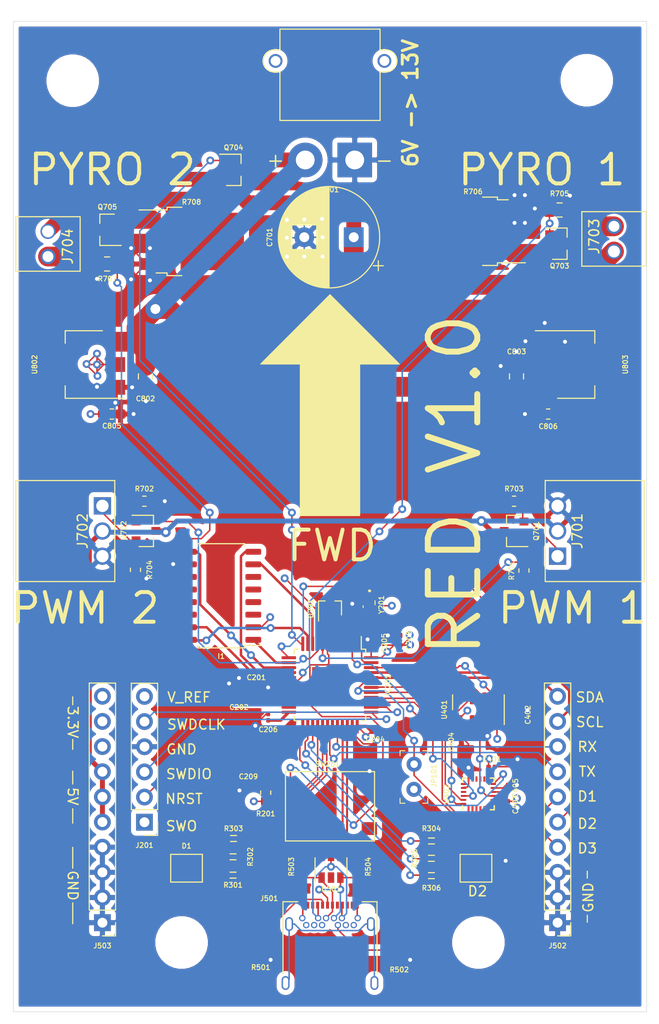
<source format=kicad_pcb>
(kicad_pcb (version 20171130) (host pcbnew 5.1.6-c6e7f7d~86~ubuntu18.04.1)
  (layers (0 F.Cu signal) (1 3V3.Cu power) (2 GND.Cu power) (31 B.Cu signal) (35 F.Paste user) (37 F.SilkS user) (39 F.Mask user) (44 Edge.Cuts user))
  (net 0 "")
  (net 1 +3V3)
  (net 2 GND)
  (net 3 /Microprocessor/NRST)
  (net 4 "Net-(C404-Pad1)")
  (net 5 "Net-(C405-Pad1)")
  (net 6 "Net-(C701-Pad1)")
  (net 7 +BATT)
  (net 8 +5V)
  (net 9 "Net-(D1-Pad3)")
  (net 10 "Net-(D1-Pad2)")
  (net 11 "Net-(D1-Pad1)")
  (net 12 "Net-(D2-Pad1)")
  (net 13 "Net-(D2-Pad2)")
  (net 14 "Net-(D2-Pad3)")
  (net 15 /FLash/QSPI_IO3)
  (net 16 /FLash/CS)
  (net 17 /FLash/QSPI_IO1)
  (net 18 /FLash/QSPI_IO2)
  (net 19 /FLash/QSPI_IO0)
  (net 20 /FLash/QSCLK)
  (net 21 "Net-(IC201-Pad1)")
  (net 22 /Microprocessor/~IMU_CS)
  (net 23 /Microprocessor/32KHz)
  (net 24 "Net-(IC201-Pad4)")
  (net 25 /Microprocessor/8MHz)
  (net 26 "Net-(IC201-Pad6)")
  (net 27 /Microprocessor/PWM1)
  (net 28 /Microprocessor/PWM2)
  (net 29 /Microprocessor/ARM)
  (net 30 /IOConnector/D2)
  (net 31 /Robotics/FIRE1)
  (net 32 "Net-(IC201-Pad20)")
  (net 33 /Robotics/FIRE2)
  (net 34 /Microprocessor/LED2_B)
  (net 35 /Microprocessor/LED2_G)
  (net 36 /RGBLEDs/LED2_B)
  (net 37 /Microprocessor/LED1_B)
  (net 38 /Microprocessor/LED1_G)
  (net 39 /RGBLEDs/LED1_B)
  (net 40 /IOConnector/USART_TX)
  (net 41 /IOConnector/USART_RX)
  (net 42 /IOConnector/USB_D-)
  (net 43 /IOConnector/USB_D+)
  (net 44 /Microprocessor/SWDIO)
  (net 45 /Microprocessor/SWDCLK)
  (net 46 /IOConnector/D1)
  (net 47 /Microprocessor/SCK)
  (net 48 /Microprocessor/MISO)
  (net 49 /Microprocessor/MOSI)
  (net 50 /IOConnector/D3)
  (net 51 /IOConnector/SDA)
  (net 52 /IOConnector/SCL)
  (net 53 /Microprocessor/~BARO_CS)
  (net 54 "Net-(J201-Pad1)")
  (net 55 "Net-(J501-PadS1)")
  (net 56 "Net-(J501-PadA2)")
  (net 57 "Net-(J501-PadA3)")
  (net 58 VBUS)
  (net 59 "Net-(J501-PadA5)")
  (net 60 "Net-(J501-PadA6)")
  (net 61 "Net-(J501-PadA7)")
  (net 62 "Net-(J501-PadA10)")
  (net 63 "Net-(J501-PadA8)")
  (net 64 "Net-(J501-PadA11)")
  (net 65 "Net-(J501-PadB2)")
  (net 66 "Net-(J501-PadB3)")
  (net 67 "Net-(J501-PadB5)")
  (net 68 "Net-(J501-PadB8)")
  (net 69 "Net-(J501-PadB10)")
  (net 70 "Net-(J501-PadB11)")
  (net 71 /Robotics/5V_PWM1)
  (net 72 /Robotics/5V_PWM2)
  (net 73 "Net-(J703-Pad2)")
  (net 74 "Net-(J704-Pad2)")
  (net 75 /Sensors/INT1)
  (net 76 "Net-(Q703-Pad2)")
  (net 77 "Net-(Q705-Pad2)")
  (net 78 "Net-(U402-Pad1)")
  (net 79 "Net-(U402-Pad2)")
  (net 80 "Net-(U402-Pad3)")
  (net 81 "Net-(U402-Pad4)")
  (net 82 "Net-(U402-Pad5)")
  (net 83 "Net-(U402-Pad6)")
  (net 84 "Net-(U402-Pad7)")
  (net 85 "Net-(U402-Pad14)")
  (net 86 "Net-(U402-Pad15)")
  (net 87 "Net-(U402-Pad16)")
  (net 88 "Net-(U402-Pad17)")
  (net 89 "Net-(U402-Pad19)")
  (net 90 "Net-(U402-Pad21)")
  (net 91 "Net-(Y201-Pad1)")
  (net 92 "Net-(I1-Pad3)")
  (module Package_QFP:LQFP-48-1EP_7x7mm_P0.5mm_EP3.6x3.6mm (layer F.Cu) (at 139 120 270)
    (fp_text reference IC201 (at 0 -5.85 90) (layer F.SilkS) (effects (font (size 0.5 0.5) (thickness 0.1))))
    (fp_text value STM32G473CET6)
    (pad 1 smd roundrect (at -4.1625 -2.75 270) (size 1.475 0.3) (layers F.Cu F.Paste F.Mask) (net 21 "Net-(IC201-Pad1)"))
    (pad 2 smd roundrect (at -4.1625 -2.25 270) (size 1.475 0.3) (layers F.Cu F.Paste F.Mask) (net 22 /Microprocessor/~IMU_CS))
    (pad 3 smd roundrect (at -4.1625 -1.75 270) (size 1.475 0.3) (layers F.Cu F.Paste F.Mask) (net 23 /Microprocessor/32KHz))
    (pad 4 smd roundrect (at -4.1625 -1.25 270) (size 1.475 0.3) (layers F.Cu F.Paste F.Mask) (net 24 "Net-(IC201-Pad4)"))
    (pad 5 smd roundrect (at -4.1625 -0.75 270) (size 1.475 0.3) (layers F.Cu F.Paste F.Mask) (net 25 /Microprocessor/8MHz))
    (pad 6 smd roundrect (at -4.1625 -0.25 270) (size 1.475 0.3) (layers F.Cu F.Paste F.Mask) (net 26 "Net-(IC201-Pad6)"))
    (pad 7 smd roundrect (at -4.1625 0.25 270) (size 1.475 0.3) (layers F.Cu F.Paste F.Mask) (net 3 /Microprocessor/NRST))
    (pad 8 smd roundrect (at -4.1625 0.75 270) (size 1.475 0.3) (layers F.Cu F.Paste F.Mask) (net 27 /Microprocessor/PWM1))
    (pad 9 smd roundrect (at -4.1625 1.25 270) (size 1.475 0.3) (layers F.Cu F.Paste F.Mask) (net 28 /Microprocessor/PWM2))
    (pad 10 smd roundrect (at -4.1625 1.75 270) (size 1.475 0.3) (layers F.Cu F.Paste F.Mask) (net 16 /FLash/CS))
    (pad 11 smd roundrect (at -4.1625 2.25 270) (size 1.475 0.3) (layers F.Cu F.Paste F.Mask) (net 20 /FLash/QSCLK))
    (pad 12 smd roundrect (at -4.1625 2.75 270) (size 1.475 0.3) (layers F.Cu F.Paste F.Mask) (net 29 /Microprocessor/ARM))
    (pad 13 smd roundrect (at -2.75 4.1625 270) (size 0.3 1.475) (layers F.Cu F.Paste F.Mask) (net 30 /IOConnector/D2))
    (pad 14 smd roundrect (at -2.25 4.1625 270) (size 0.3 1.475) (layers F.Cu F.Paste F.Mask) (net 15 /FLash/QSPI_IO3))
    (pad 15 smd roundrect (at -1.75 4.1625 270) (size 0.3 1.475) (layers F.Cu F.Paste F.Mask) (net 18 /FLash/QSPI_IO2))
    (pad 16 smd roundrect (at -1.25 4.1625 270) (size 0.3 1.475) (layers F.Cu F.Paste F.Mask) (net 17 /FLash/QSPI_IO1))
    (pad 17 smd roundrect (at -0.75 4.1625 270) (size 0.3 1.475) (layers F.Cu F.Paste F.Mask) (net 19 /FLash/QSPI_IO0))
    (pad 18 smd roundrect (at -0.25 4.1625 270) (size 0.3 1.475) (layers F.Cu F.Paste F.Mask) (net 31 /Robotics/FIRE1))
    (pad 19 smd roundrect (at 0.25 4.1625 270) (size 0.3 1.475) (layers F.Cu F.Paste F.Mask) (net 2 GND))
    (pad 20 smd roundrect (at 0.75 4.1625 270) (size 0.3 1.475) (layers F.Cu F.Paste F.Mask) (net 32 "Net-(IC201-Pad20)"))
    (pad 21 smd roundrect (at 1.25 4.1625 270) (size 0.3 1.475) (layers F.Cu F.Paste F.Mask) (net 1 +3V3))
    (pad 22 smd roundrect (at 1.75 4.1625 270) (size 0.3 1.475) (layers F.Cu F.Paste F.Mask) (net 33 /Robotics/FIRE2))
    (pad 23 smd roundrect (at 2.25 4.1625 270) (size 0.3 1.475) (layers F.Cu F.Paste F.Mask) (net 2 GND))
    (pad 24 smd roundrect (at 2.75 4.1625 270) (size 0.3 1.475) (layers F.Cu F.Paste F.Mask) (net 1 +3V3))
    (pad 25 smd roundrect (at 4.1625 2.75 270) (size 1.475 0.3) (layers F.Cu F.Paste F.Mask) (net 34 /Microprocessor/LED2_B))
    (pad 26 smd roundrect (at 4.1625 2.25 270) (size 1.475 0.3) (layers F.Cu F.Paste F.Mask) (net 35 /Microprocessor/LED2_G))
    (pad 27 smd roundrect (at 4.1625 1.75 270) (size 1.475 0.3) (layers F.Cu F.Paste F.Mask) (net 36 /RGBLEDs/LED2_B))
    (pad 28 smd roundrect (at 4.1625 1.25 270) (size 1.475 0.3) (layers F.Cu F.Paste F.Mask) (net 37 /Microprocessor/LED1_B))
    (pad 29 smd roundrect (at 4.1625 0.75 270) (size 1.475 0.3) (layers F.Cu F.Paste F.Mask) (net 38 /Microprocessor/LED1_G))
    (pad 30 smd roundrect (at 4.1625 0.25 270) (size 1.475 0.3) (layers F.Cu F.Paste F.Mask) (net 39 /RGBLEDs/LED1_B))
    (pad 31 smd roundrect (at 4.1625 -0.25 270) (size 1.475 0.3) (layers F.Cu F.Paste F.Mask) (net 40 /IOConnector/USART_TX))
    (pad 32 smd roundrect (at 4.1625 -0.75 270) (size 1.475 0.3) (layers F.Cu F.Paste F.Mask) (net 41 /IOConnector/USART_RX))
    (pad 33 smd roundrect (at 4.1625 -1.25 270) (size 1.475 0.3) (layers F.Cu F.Paste F.Mask) (net 42 /IOConnector/USB_D-))
    (pad 34 smd roundrect (at 4.1625 -1.75 270) (size 1.475 0.3) (layers F.Cu F.Paste F.Mask) (net 43 /IOConnector/USB_D+))
    (pad 35 smd roundrect (at 4.1625 -2.25 270) (size 1.475 0.3) (layers F.Cu F.Paste F.Mask) (net 2 GND))
    (pad 36 smd roundrect (at 4.1625 -2.75 270) (size 1.475 0.3) (layers F.Cu F.Paste F.Mask) (net 1 +3V3))
    (pad 37 smd roundrect (at 2.75 -4.1625 270) (size 0.3 1.475) (layers F.Cu F.Paste F.Mask) (net 44 /Microprocessor/SWDIO))
    (pad 38 smd roundrect (at 2.25 -4.1625 270) (size 0.3 1.475) (layers F.Cu F.Paste F.Mask) (net 45 /Microprocessor/SWDCLK))
    (pad 39 smd roundrect (at 1.75 -4.1625 270) (size 0.3 1.475) (layers F.Cu F.Paste F.Mask) (net 46 /IOConnector/D1))
    (pad 40 smd roundrect (at 1.25 -4.1625 270) (size 0.3 1.475) (layers F.Cu F.Paste F.Mask) (net 47 /Microprocessor/SCK))
    (pad 41 smd roundrect (at 0.75 -4.1625 270) (size 0.3 1.475) (layers F.Cu F.Paste F.Mask) (net 48 /Microprocessor/MISO))
    (pad 42 smd roundrect (at 0.25 -4.1625 270) (size 0.3 1.475) (layers F.Cu F.Paste F.Mask) (net 49 /Microprocessor/MOSI))
    (pad 43 smd roundrect (at -0.25 -4.1625 270) (size 0.3 1.475) (layers F.Cu F.Paste F.Mask) (net 50 /IOConnector/D3))
    (pad 44 smd roundrect (at -0.75 -4.1625 270) (size 0.3 1.475) (layers F.Cu F.Paste F.Mask) (net 51 /IOConnector/SDA))
    (pad 45 smd roundrect (at -1.25 -4.1625 270) (size 0.3 1.475) (layers F.Cu F.Paste F.Mask) (net 52 /IOConnector/SCL))
    (pad 46 smd roundrect (at -1.75 -4.1625 270) (size 0.3 1.475) (layers F.Cu F.Paste F.Mask) (net 53 /Microprocessor/~BARO_CS))
    (pad 47 smd roundrect (at -2.25 -4.1625 270) (size 0.3 1.475) (layers F.Cu F.Paste F.Mask) (net 2 GND))
    (pad 48 smd roundrect (at -2.75 -4.1625 270) (size 0.3 1.475) (layers F.Cu F.Paste F.Mask) (net 1 +3V3))
    (pad 49 smd rect (at 0 0 270) (size 3.6 3.6) (layers F.Cu F.Mask))
  )
  (module Capacitor_SMD:C_0402_1005Metric (layer F.Cu) (at 131.55 120.75 90)
    (fp_text reference C201 (at 1.5 0 180) (layer F.SilkS) (effects (font (size 0.5 0.5) (thickness 0.1))))
    (fp_text value 10nF)
    (pad 1 smd roundrect (at -0.485 0 90) (size 0.59 0.64) (layers F.Cu F.Paste F.Mask) (net 1 +3V3))
    (pad 2 smd roundrect (at 0.485 0 90) (size 0.59 0.64) (layers F.Cu F.Paste F.Mask) (net 2 GND))
  )
  (module Capacitor_SMD:C_0402_1005Metric (layer F.Cu) (at 129.8 120.75 90)
    (fp_text reference C202 (at -1.5 0 180) (layer F.SilkS) (effects (font (size 0.5 0.5) (thickness 0.1))))
    (fp_text value 1uF)
    (pad 1 smd roundrect (at -0.485 0 90) (size 0.59 0.64) (layers F.Cu F.Paste F.Mask) (net 1 +3V3))
    (pad 2 smd roundrect (at 0.485 0 90) (size 0.59 0.64) (layers F.Cu F.Paste F.Mask) (net 2 GND))
  )
  (module Capacitor_SMD:C_0201_0603Metric (layer F.Cu) (at 143.57 124.75)
    (fp_text reference C204 (at 0 0.75) (layer F.SilkS) (effects (font (size 0.5 0.5) (thickness 0.1))))
    (fp_text value 100nF)
    (pad 2 smd roundrect (at 0.32 0) (size 0.46 0.4) (layers F.Cu F.Mask) (net 2 GND))
    (pad 1 smd roundrect (at -0.32 0) (size 0.46 0.4) (layers F.Cu F.Mask) (net 1 +3V3))
  )
  (module Capacitor_SMD:C_0201_0603Metric (layer F.Cu) (at 143.75 115.75 90)
    (fp_text reference C205 (at 0 0.75 90) (layer F.SilkS) (effects (font (size 0.5 0.5) (thickness 0.1))))
    (fp_text value 100nF)
    (pad 1 smd roundrect (at -0.32 0 90) (size 0.46 0.4) (layers F.Cu F.Mask) (net 1 +3V3))
    (pad 2 smd roundrect (at 0.32 0 90) (size 0.46 0.4) (layers F.Cu F.Mask) (net 2 GND))
  )
  (module Capacitor_SMD:C_0201_0603Metric (layer F.Cu) (at 132.75 123.25 90)
    (fp_text reference C206 (at -1.25 0) (layer F.SilkS) (effects (font (size 0.5 0.5) (thickness 0.1))))
    (fp_text value 100nF)
    (pad 2 smd roundrect (at 0.32 0 90) (size 0.46 0.4) (layers F.Cu F.Mask) (net 2 GND))
    (pad 1 smd roundrect (at -0.32 0 90) (size 0.46 0.4) (layers F.Cu F.Mask) (net 1 +3V3))
  )
  (module Capacitor_SMD:C_0402_1005Metric (layer F.Cu) (at 146 115.5 90)
    (fp_text reference C208 (at 0 1 90) (layer F.SilkS) (effects (font (size 0.5 0.5) (thickness 0.1))))
    (fp_text value 4.7uF)
    (pad 2 smd roundrect (at 0.485 0 90) (size 0.59 0.64) (layers F.Cu F.Paste F.Mask) (net 2 GND))
    (pad 1 smd roundrect (at -0.485 0 90) (size 0.59 0.64) (layers F.Cu F.Paste F.Mask) (net 1 +3V3))
  )
  (module Capacitor_SMD:C_0201_0603Metric (layer F.Cu) (at 130.75 130.32 270)
    (fp_text reference C209 (at -1.07 0 180) (layer F.SilkS) (effects (font (size 0.5 0.5) (thickness 0.1))))
    (fp_text value 100nF)
    (pad 2 smd roundrect (at 0.32 0 270) (size 0.46 0.4) (layers F.Cu F.Mask) (net 2 GND))
    (pad 1 smd roundrect (at -0.32 0 270) (size 0.46 0.4) (layers F.Cu F.Mask) (net 3 /Microprocessor/NRST))
  )
  (module Capacitor_SMD:C_0201_0603Metric (layer F.Cu) (at 155.345 128.25)
    (fp_text reference C401 (at 0.005 -0.75 180) (layer F.SilkS) (effects (font (size 0.5 0.5) (thickness 0.1))))
    (fp_text value 100nF)
    (pad 1 smd roundrect (at -0.32 0) (size 0.46 0.4) (layers F.Cu F.Mask) (net 1 +3V3))
    (pad 2 smd roundrect (at 0.32 0) (size 0.46 0.4) (layers F.Cu F.Mask) (net 2 GND))
  )
  (module Capacitor_SMD:C_0402_1005Metric (layer F.Cu) (at 158 123.015 270)
    (fp_text reference C402 (at 0 -1 90) (layer F.SilkS) (effects (font (size 0.5 0.5) (thickness 0.1))))
    (fp_text value 1uF)
    (pad 2 smd roundrect (at 0.485 0 270) (size 0.59 0.64) (layers F.Cu F.Paste F.Mask) (net 1 +3V3))
    (pad 1 smd roundrect (at -0.485 0 270) (size 0.59 0.64) (layers F.Cu F.Paste F.Mask) (net 2 GND))
  )
  (module Capacitor_SMD:C_0201_0603Metric (layer F.Cu) (at 157 132.07 90)
    (fp_text reference C403 (at 0 0.75 90) (layer F.SilkS) (effects (font (size 0.5 0.5) (thickness 0.1))))
    (fp_text value 100nF)
    (pad 2 smd roundrect (at 0.32 0 90) (size 0.46 0.4) (layers F.Cu F.Mask) (net 1 +3V3))
    (pad 1 smd roundrect (at -0.32 0 90) (size 0.46 0.4) (layers F.Cu F.Mask) (net 2 GND))
  )
  (module Capacitor_SMD:C_0402_1005Metric (layer F.Cu) (at 152.765 125.25 180)
    (fp_text reference C404 (at 1.515 -0.5 90) (layer F.SilkS) (effects (font (size 0.5 0.5) (thickness 0.1))))
    (fp_text value 1uF)
    (pad 1 smd roundrect (at -0.485 0 180) (size 0.59 0.64) (layers F.Cu F.Paste F.Mask) (net 4 "Net-(C404-Pad1)"))
    (pad 2 smd roundrect (at 0.485 0 180) (size 0.59 0.64) (layers F.Cu F.Paste F.Mask) (net 2 GND))
  )
  (module Capacitor_SMD:C_0201_0603Metric (layer F.Cu) (at 157 130.405 90)
    (fp_text reference C405 (at 0 0.75 90) (layer F.SilkS) (effects (font (size 0.5 0.5) (thickness 0.1))))
    (fp_text value 100nF)
    (pad 1 smd roundrect (at -0.32 0 90) (size 0.46 0.4) (layers F.Cu F.Mask) (net 5 "Net-(C405-Pad1)"))
    (pad 2 smd roundrect (at 0.32 0 90) (size 0.46 0.4) (layers F.Cu F.Mask) (net 2 GND))
  )
  (module Capacitor_THT:CP_Radial_D10.0mm_P5.00mm (layer F.Cu) (at 141.4 74.8 180)
    (fp_text reference C701 (at 8.5 0 90) (layer F.SilkS) (effects (font (size 0.5 0.5) (thickness 0.1))))
    (fp_text value 1mF)
    (pad 1 thru_hole rect (at 0 0 180) (size 2 2) (drill 1) (layers *.Cu *.Mask) (net 6 "Net-(C701-Pad1)"))
    (pad 2 thru_hole circle (at 5 0 180) (size 2 2) (drill 1) (layers *.Cu *.Mask) (net 2 GND))
  )
  (module Capacitor_SMD:C_0805_2012Metric_Pad1.15x1.40mm_HandSolder (layer F.Cu) (at 120.35 88.85 270)
    (fp_text reference C802 (at 2.25 0) (layer F.SilkS) (effects (font (size 0.5 0.5) (thickness 0.1))))
    (fp_text value 10uF)
    (pad 2 smd roundrect (at 1.025 0 270) (size 1.15 1.4) (layers F.Cu F.Paste F.Mask) (roundrect_rratio 0.217391) (net 2 GND))
    (pad 1 smd roundrect (at -1.025 0 270) (size 1.15 1.4) (layers F.Cu F.Paste F.Mask) (roundrect_rratio 0.217391) (net 7 +BATT))
  )
  (module Capacitor_SMD:C_0805_2012Metric_Pad1.15x1.40mm_HandSolder (layer F.Cu) (at 157.85 88.85 90)
    (fp_text reference C803 (at 2.5 0) (layer F.SilkS) (effects (font (size 0.5 0.5) (thickness 0.1))))
    (fp_text value 10uF)
    (pad 1 smd roundrect (at -1.025 0 90) (size 1.15 1.4) (layers F.Cu F.Paste F.Mask) (roundrect_rratio 0.217391) (net 7 +BATT))
    (pad 2 smd roundrect (at 1.025 0 90) (size 1.15 1.4) (layers F.Cu F.Paste F.Mask) (roundrect_rratio 0.217391) (net 2 GND))
  )
  (module Capacitor_SMD:C_0603_1608Metric_Pad1.05x0.95mm_HandSolder (layer F.Cu) (at 116.95 92.65)
    (fp_text reference C805 (at 0 1.2 180) (layer F.SilkS) (effects (font (size 0.5 0.5) (thickness 0.1))))
    (fp_text value 22uF)
    (pad 2 smd roundrect (at 0.875 0) (size 1.05 0.95) (layers F.Cu F.Paste F.Mask) (net 2 GND))
    (pad 1 smd roundrect (at -0.875 0) (size 1.05 0.95) (layers F.Cu F.Paste F.Mask) (net 1 +3V3))
  )
  (module Capacitor_SMD:C_0603_1608Metric_Pad1.05x0.95mm_HandSolder (layer F.Cu) (at 161.05 92.65 180)
    (fp_text reference C806 (at 0 -1.25) (layer F.SilkS) (effects (font (size 0.5 0.5) (thickness 0.1))))
    (fp_text value 22uF)
    (pad 1 smd roundrect (at -0.875 0 180) (size 1.05 0.95) (layers F.Cu F.Paste F.Mask) (net 8 +5V))
    (pad 2 smd roundrect (at 0.875 0 180) (size 1.05 0.95) (layers F.Cu F.Paste F.Mask) (net 2 GND))
  )
  (module my_library:LED_RGB_3.5mmx2.8mm (layer F.Cu) (at 124.5 138.5 180)
    (fp_text reference D1 (at 0 2.25) (layer F.SilkS) (effects (font (size 0.5 0.5) (thickness 0.1))))
    (fp_text value LED_RGBC)
    (pad 4 smd rect (at 1.4 -0.725 180) (size 1.2 0.9) (layers F.Cu F.Paste F.Mask) (net 2 GND))
    (pad 3 smd rect (at -1.4 -0.725 180) (size 1.2 0.9) (layers F.Cu F.Paste F.Mask) (net 9 "Net-(D1-Pad3)"))
    (pad 2 smd rect (at -1.4 0.725 180) (size 1.2 0.9) (layers F.Cu F.Paste F.Mask) (net 10 "Net-(D1-Pad2)"))
    (pad 1 smd rect (at 1.4 0.725 180) (size 1.2 0.9) (layers F.Cu F.Paste F.Mask) (net 11 "Net-(D1-Pad1)"))
  )
  (module my_library:LED_RGB_3.5mmx2.8mm (layer F.Cu) (at 153.75 138.5)
    (fp_text reference D2 (at 0.15 2.325) (layer F.SilkS))
    (fp_text value LED_RGBC)
    (pad 1 smd rect (at 1.4 0.725) (size 1.2 0.9) (layers F.Cu F.Paste F.Mask) (net 12 "Net-(D2-Pad1)"))
    (pad 2 smd rect (at -1.4 0.725) (size 1.2 0.9) (layers F.Cu F.Paste F.Mask) (net 13 "Net-(D2-Pad2)"))
    (pad 3 smd rect (at -1.4 -0.725) (size 1.2 0.9) (layers F.Cu F.Paste F.Mask) (net 14 "Net-(D2-Pad3)"))
    (pad 4 smd rect (at 1.4 -0.725) (size 1.2 0.9) (layers F.Cu F.Paste F.Mask) (net 2 GND))
  )
  (module Package_SO:SOP-16_4.55x10.3mm_P1.27mm (layer F.Cu) (at 128 111 180)
    (fp_text reference I1 (at 0 -6.1) (layer F.SilkS) (effects (font (size 0.5 0.5) (thickness 0.1))))
    (fp_text value MT25QL512ABB8ESF-0SIT)
    (pad 1 smd roundrect (at -3.25 -4.445 180) (size 1.6 0.6) (layers F.Cu F.Paste F.Mask) (net 15 /FLash/QSPI_IO3))
    (pad 2 smd roundrect (at -3.25 -3.175 180) (size 1.6 0.6) (layers F.Cu F.Paste F.Mask) (net 1 +3V3))
    (pad 3 smd roundrect (at -3.25 -1.905 180) (size 1.6 0.6) (layers F.Cu F.Paste F.Mask) (net 92 "Net-(I1-Pad3)"))
    (pad 4 smd roundrect (at -3.25 -0.635 180) (size 1.6 0.6) (layers F.Cu F.Paste F.Mask))
    (pad 5 smd roundrect (at -3.25 0.635 180) (size 1.6 0.6) (layers F.Cu F.Paste F.Mask))
    (pad 6 smd roundrect (at -3.25 1.905 180) (size 1.6 0.6) (layers F.Cu F.Paste F.Mask))
    (pad 7 smd roundrect (at -3.25 3.175 180) (size 1.6 0.6) (layers F.Cu F.Paste F.Mask) (net 16 /FLash/CS))
    (pad 8 smd roundrect (at -3.25 4.445 180) (size 1.6 0.6) (layers F.Cu F.Paste F.Mask) (net 17 /FLash/QSPI_IO1))
    (pad 9 smd roundrect (at 3.25 4.445 180) (size 1.6 0.6) (layers F.Cu F.Paste F.Mask) (net 18 /FLash/QSPI_IO2))
    (pad 10 smd roundrect (at 3.25 3.175 180) (size 1.6 0.6) (layers F.Cu F.Paste F.Mask) (net 2 GND))
    (pad 11 smd roundrect (at 3.25 1.905 180) (size 1.6 0.6) (layers F.Cu F.Paste F.Mask))
    (pad 12 smd roundrect (at 3.25 0.635 180) (size 1.6 0.6) (layers F.Cu F.Paste F.Mask))
    (pad 13 smd roundrect (at 3.25 -0.635 180) (size 1.6 0.6) (layers F.Cu F.Paste F.Mask))
    (pad 14 smd roundrect (at 3.25 -1.905 180) (size 1.6 0.6) (layers F.Cu F.Paste F.Mask))
    (pad 15 smd roundrect (at 3.25 -3.175 180) (size 1.6 0.6) (layers F.Cu F.Paste F.Mask) (net 19 /FLash/QSPI_IO0))
    (pad 16 smd roundrect (at 3.25 -4.445 180) (size 1.6 0.6) (layers F.Cu F.Paste F.Mask) (net 20 /FLash/QSCLK))
  )
  (module Connector_PinHeader_2.54mm:PinHeader_1x06_P2.54mm_Vertical (layer F.Cu) (at 120.25 133.858 180)
    (fp_text reference J201 (at 0 -2.33) (layer F.SilkS) (effects (font (size 0.5 0.5) (thickness 0.1))))
    (fp_text value Conn_01x06)
    (pad 1 thru_hole rect (at 0 0 180) (size 1.7 1.7) (drill 1) (layers *.Cu *.Mask) (net 54 "Net-(J201-Pad1)"))
    (pad 2 thru_hole oval (at 0 2.54 180) (size 1.7 1.7) (drill 1) (layers *.Cu *.Mask) (net 3 /Microprocessor/NRST))
    (pad 3 thru_hole oval (at 0 5.08 180) (size 1.7 1.7) (drill 1) (layers *.Cu *.Mask) (net 44 /Microprocessor/SWDIO))
    (pad 4 thru_hole oval (at 0 7.62 180) (size 1.7 1.7) (drill 1) (layers *.Cu *.Mask) (net 2 GND))
    (pad 5 thru_hole oval (at 0 10.16 180) (size 1.7 1.7) (drill 1) (layers *.Cu *.Mask) (net 45 /Microprocessor/SWDCLK))
    (pad 6 thru_hole oval (at 0 12.7 180) (size 1.7 1.7) (drill 1) (layers *.Cu *.Mask) (net 1 +3V3))
  )
  (module Connector_USB:USB_C_Receptacle_Amphenol_12401548E4-2A (layer F.Cu) (at 139 147.25)
    (fp_text reference J501 (at -6.15 -5.7) (layer F.SilkS) (effects (font (size 0.5 0.5) (thickness 0.1))))
    (fp_text value USB_C_Receptacle)
    (pad S1 thru_hole oval (at -4.13 -3.11) (size 0.8 1.4) (drill oval 0.5 1.1) (layers *.Cu *.Mask) (net 55 "Net-(J501-PadS1)"))
    (pad A1 smd rect (at -2.75 -5.02) (size 0.3 0.7) (layers F.Cu F.Paste F.Mask) (net 2 GND))
    (pad A2 smd rect (at -2.25 -5.02) (size 0.3 0.7) (layers F.Cu F.Paste F.Mask) (net 56 "Net-(J501-PadA2)"))
    (pad A3 smd rect (at -1.75 -5.02) (size 0.3 0.7) (layers F.Cu F.Paste F.Mask) (net 57 "Net-(J501-PadA3)"))
    (pad A4 smd rect (at -1.25 -5.02) (size 0.3 0.7) (layers F.Cu F.Paste F.Mask) (net 58 VBUS))
    (pad A5 smd rect (at -0.75 -5.02) (size 0.3 0.7) (layers F.Cu F.Paste F.Mask) (net 59 "Net-(J501-PadA5)"))
    (pad A6 smd rect (at -0.25 -5.02) (size 0.3 0.7) (layers F.Cu F.Paste F.Mask) (net 60 "Net-(J501-PadA6)"))
    (pad A7 smd rect (at 0.25 -5.02) (size 0.3 0.7) (layers F.Cu F.Paste F.Mask) (net 61 "Net-(J501-PadA7)"))
    (pad A12 smd rect (at 2.75 -5.02) (size 0.3 0.7) (layers F.Cu F.Paste F.Mask) (net 2 GND))
    (pad A10 smd rect (at 1.75 -5.02) (size 0.3 0.7) (layers F.Cu F.Paste F.Mask) (net 62 "Net-(J501-PadA10)"))
    (pad A9 smd rect (at 1.25 -5.02) (size 0.3 0.7) (layers F.Cu F.Paste F.Mask) (net 58 VBUS))
    (pad A8 smd rect (at 0.75 -5.02) (size 0.3 0.7) (layers F.Cu F.Paste F.Mask) (net 63 "Net-(J501-PadA8)"))
    (pad A11 smd rect (at 2.25 -5.02) (size 0.3 0.7) (layers F.Cu F.Paste F.Mask) (net 64 "Net-(J501-PadA11)"))
    (pad S1 thru_hole oval (at 4.13 -3.11) (size 0.8 1.4) (drill oval 0.5 1.1) (layers *.Cu *.Mask) (net 55 "Net-(J501-PadS1)"))
    (pad S1 thru_hole oval (at 4.49 2.84) (size 0.8 1.4) (drill oval 0.5 1.1) (layers *.Cu *.Mask) (net 55 "Net-(J501-PadS1)"))
    (pad S1 thru_hole oval (at -4.49 2.84) (size 0.8 1.4) (drill oval 0.5 1.1) (layers *.Cu *.Mask) (net 55 "Net-(J501-PadS1)"))
    (pad "" np_thru_hole oval (at 3.6 -4.36) (size 0.95 0.65) (drill oval 0.95 0.65) (layers *.Cu *.Mask))
    (pad "" np_thru_hole circle (at -3.6 -4.36) (size 0.65 0.65) (drill 0.65) (layers *.Cu *.Mask))
    (pad B1 thru_hole circle (at 2.8 -3.71) (size 0.65 0.65) (drill 0.4) (layers *.Cu *.Mask) (net 2 GND))
    (pad B4 thru_hole circle (at 1.2 -3.71) (size 0.65 0.65) (drill 0.4) (layers *.Cu *.Mask) (net 58 VBUS))
    (pad B6 thru_hole circle (at 0.4 -3.71) (size 0.65 0.65) (drill 0.4) (layers *.Cu *.Mask) (net 60 "Net-(J501-PadA6)"))
    (pad B7 thru_hole circle (at -0.4 -3.71) (size 0.65 0.65) (drill 0.4) (layers *.Cu *.Mask) (net 61 "Net-(J501-PadA7)"))
    (pad B9 thru_hole circle (at -1.2 -3.71) (size 0.65 0.65) (drill 0.4) (layers *.Cu *.Mask) (net 58 VBUS))
    (pad B12 thru_hole circle (at -2.8 -3.71) (size 0.65 0.65) (drill 0.4) (layers *.Cu *.Mask) (net 2 GND))
    (pad B2 thru_hole circle (at 2.4 -3.01) (size 0.65 0.65) (drill 0.4) (layers *.Cu *.Mask) (net 65 "Net-(J501-PadB2)"))
    (pad B3 thru_hole circle (at 1.6 -3.01) (size 0.65 0.65) (drill 0.4) (layers *.Cu *.Mask) (net 66 "Net-(J501-PadB3)"))
    (pad B5 thru_hole circle (at 0.8 -3.01) (size 0.65 0.65) (drill 0.4) (layers *.Cu *.Mask) (net 67 "Net-(J501-PadB5)"))
    (pad B8 thru_hole circle (at -0.8 -3.01) (size 0.65 0.65) (drill 0.4) (layers *.Cu *.Mask) (net 68 "Net-(J501-PadB8)"))
    (pad B10 thru_hole circle (at -1.6 -3.01) (size 0.65 0.65) (drill 0.4) (layers *.Cu *.Mask) (net 69 "Net-(J501-PadB10)"))
    (pad B11 thru_hole circle (at -2.4 -3.01) (size 0.65 0.65) (drill 0.4) (layers *.Cu *.Mask) (net 70 "Net-(J501-PadB11)"))
  )
  (module Connector_PinHeader_2.54mm:PinHeader_1x10_P2.54mm_Vertical (layer F.Cu) (at 162 144 180)
    (fp_text reference J502 (at 0 -2.33) (layer F.SilkS) (effects (font (size 0.5 0.5) (thickness 0.1))))
    (fp_text value Conn_01x10)
    (pad 1 thru_hole rect (at 0 0 180) (size 1.7 1.7) (drill 1) (layers *.Cu *.Mask) (net 2 GND))
    (pad 2 thru_hole oval (at 0 2.54 180) (size 1.7 1.7) (drill 1) (layers *.Cu *.Mask) (net 2 GND))
    (pad 3 thru_hole oval (at 0 5.08 180) (size 1.7 1.7) (drill 1) (layers *.Cu *.Mask) (net 2 GND))
    (pad 4 thru_hole oval (at 0 7.62 180) (size 1.7 1.7) (drill 1) (layers *.Cu *.Mask) (net 50 /IOConnector/D3))
    (pad 5 thru_hole oval (at 0 10.16 180) (size 1.7 1.7) (drill 1) (layers *.Cu *.Mask) (net 30 /IOConnector/D2))
    (pad 6 thru_hole oval (at 0 12.7 180) (size 1.7 1.7) (drill 1) (layers *.Cu *.Mask) (net 46 /IOConnector/D1))
    (pad 7 thru_hole oval (at 0 15.24 180) (size 1.7 1.7) (drill 1) (layers *.Cu *.Mask) (net 40 /IOConnector/USART_TX))
    (pad 8 thru_hole oval (at 0 17.78 180) (size 1.7 1.7) (drill 1) (layers *.Cu *.Mask) (net 41 /IOConnector/USART_RX))
    (pad 9 thru_hole oval (at 0 20.32 180) (size 1.7 1.7) (drill 1) (layers *.Cu *.Mask) (net 52 /IOConnector/SCL))
    (pad 10 thru_hole oval (at 0 22.86 180) (size 1.7 1.7) (drill 1) (layers *.Cu *.Mask) (net 51 /IOConnector/SDA))
  )
  (module Connector_PinHeader_2.54mm:PinHeader_1x10_P2.54mm_Vertical (layer F.Cu) (at 116 144 180)
    (fp_text reference J503 (at 0 -2.33) (layer F.SilkS) (effects (font (size 0.5 0.5) (thickness 0.1))))
    (fp_text value Conn_01x10)
    (pad 10 thru_hole oval (at 0 22.86 180) (size 1.7 1.7) (drill 1) (layers *.Cu *.Mask) (net 1 +3V3))
    (pad 9 thru_hole oval (at 0 20.32 180) (size 1.7 1.7) (drill 1) (layers *.Cu *.Mask) (net 1 +3V3))
    (pad 8 thru_hole oval (at 0 17.78 180) (size 1.7 1.7) (drill 1) (layers *.Cu *.Mask) (net 1 +3V3))
    (pad 7 thru_hole oval (at 0 15.24 180) (size 1.7 1.7) (drill 1) (layers *.Cu *.Mask) (net 8 +5V))
    (pad 6 thru_hole oval (at 0 12.7 180) (size 1.7 1.7) (drill 1) (layers *.Cu *.Mask) (net 8 +5V))
    (pad 5 thru_hole oval (at 0 10.16 180) (size 1.7 1.7) (drill 1) (layers *.Cu *.Mask) (net 8 +5V))
    (pad 4 thru_hole oval (at 0 7.62 180) (size 1.7 1.7) (drill 1) (layers *.Cu *.Mask) (net 2 GND))
    (pad 3 thru_hole oval (at 0 5.08 180) (size 1.7 1.7) (drill 1) (layers *.Cu *.Mask) (net 2 GND))
    (pad 2 thru_hole oval (at 0 2.54 180) (size 1.7 1.7) (drill 1) (layers *.Cu *.Mask) (net 2 GND))
    (pad 1 thru_hole rect (at 0 0 180) (size 1.7 1.7) (drill 1) (layers *.Cu *.Mask) (net 2 GND))
  )
  (module my_library:WM4901-ND (layer F.Cu) (at 162 104.46 90)
    (fp_text reference J701 (at 0 2 90) (layer F.SilkS))
    (fp_text value Conn_01x03)
    (pad 3 thru_hole circle (at 2.54 0 90) (size 1.75 1.75) (drill 1.25) (layers *.Cu *.Mask) (net 2 GND))
    (pad 2 thru_hole circle (at 0 0 90) (size 1.75 1.75) (drill 1.25) (layers *.Cu *.Mask) (net 8 +5V))
    (pad 1 thru_hole rect (at -2.54 0 90) (size 1.75 1.75) (drill 1.25) (layers *.Cu *.Mask) (net 71 /Robotics/5V_PWM1))
  )
  (module my_library:WM4901-ND (layer F.Cu) (at 116 104.46 270)
    (fp_text reference J702 (at 0 2 90) (layer F.SilkS))
    (fp_text value Conn_01x03)
    (pad 1 thru_hole rect (at -2.54 0 270) (size 1.75 1.75) (drill 1.25) (layers *.Cu *.Mask) (net 72 /Robotics/5V_PWM2))
    (pad 2 thru_hole circle (at 0 0 270) (size 1.75 1.75) (drill 1.25) (layers *.Cu *.Mask) (net 8 +5V))
    (pad 3 thru_hole circle (at 2.54 0 270) (size 1.75 1.75) (drill 1.25) (layers *.Cu *.Mask) (net 2 GND))
  )
  (module my_library:2_pin_screw_terminal (layer F.Cu) (at 167.7 74.97 90)
    (fp_text reference J703 (at 0.25 -2 90) (layer F.SilkS))
    (fp_text value Screw_Terminal_01x02)
    (pad 1 thru_hole circle (at -1.27 0 90) (size 1.524 1.524) (drill 1.2) (layers *.Cu *.Mask) (net 6 "Net-(C701-Pad1)"))
    (pad 2 thru_hole circle (at 1.27 0 90) (size 1.524 1.524) (drill 1.1) (layers *.Cu *.Mask) (net 73 "Net-(J703-Pad2)"))
  )
  (module Connector_AMASS:AMASS_XT30PW-M_1x02_P2.50mm_Horizontal (layer F.Cu) (at 141.5 67)
    (fp_text reference J801 (at -2.5 3) (layer F.SilkS) (effects (font (size 0.5 0.5) (thickness 0.1))))
    (fp_text value Conn_01x02)
    (fp_text user - (at 3 0) (layer F.SilkS) (effects (font (size 1.5 1.5))))
    (fp_text user + (at -8 0) (layer F.SilkS) (effects (font (size 1.5 1.5))))
    (pad "" thru_hole circle (at 3 -10) (size 1.4 1.4) (drill 1) (layers *.Cu *.Mask))
    (pad "" thru_hole circle (at -8 -10) (size 1.4 1.4) (drill 1) (layers *.Cu *.Mask))
    (pad 1 thru_hole rect (at 0 0) (size 3.5 3.5) (drill 1.9) (layers *.Cu *.Mask) (net 2 GND))
    (pad 2 thru_hole circle (at -5 0) (size 3.5 3.5) (drill 1.9) (layers *.Cu *.Mask) (net 7 +BATT))
  )
  (module digikey-kicad-library:PinHeader_1x2_P2.54mm (layer F.Cu) (at 147.48 130.54 90)
    (fp_text reference JP101 (at 1.37 2.02 90) (layer F.SilkS) (effects (font (size 0.5 0.5) (thickness 0.1))))
    (fp_text value Jumper_2_Bridged)
    (pad 1 thru_hole circle (at 0 0 90) (size 1.524 1.524) (drill 0.762) (layers *.Cu *.Mask) (net 75 /Sensors/INT1))
    (pad 2 thru_hole circle (at 2.54 0.02 90) (size 1.524 1.524) (drill 0.762) (layers *.Cu *.Mask) (net 50 /IOConnector/D3))
  )
  (module Package_TO_SOT_SMD:SOT-23 (layer F.Cu) (at 157.6 104.45 180)
    (fp_text reference Q701 (at -2.25 0 270) (layer F.SilkS) (effects (font (size 0.5 0.5) (thickness 0.1))))
    (fp_text value DMG3414U)
    (pad 1 smd rect (at -1 -0.95 180) (size 0.9 0.8) (layers F.Cu F.Paste F.Mask) (net 27 /Microprocessor/PWM1))
    (pad 2 smd rect (at -1 0.95 180) (size 0.9 0.8) (layers F.Cu F.Paste F.Mask) (net 71 /Robotics/5V_PWM1))
    (pad 3 smd rect (at 1 0 180) (size 0.9 0.8) (layers F.Cu F.Paste F.Mask) (net 8 +5V))
  )
  (module Package_TO_SOT_SMD:SOT-23 (layer F.Cu) (at 120.4 104.45)
    (fp_text reference Q702 (at -2.25 -0.05 90) (layer F.SilkS) (effects (font (size 0.5 0.5) (thickness 0.1))))
    (fp_text value DMG3414U)
    (pad 3 smd rect (at 1 0) (size 0.9 0.8) (layers F.Cu F.Paste F.Mask) (net 8 +5V))
    (pad 2 smd rect (at -1 0.95) (size 0.9 0.8) (layers F.Cu F.Paste F.Mask) (net 72 /Robotics/5V_PWM2))
    (pad 1 smd rect (at -1 -0.95) (size 0.9 0.8) (layers F.Cu F.Paste F.Mask) (net 28 /Microprocessor/PWM2))
  )
  (module Package_TO_SOT_SMD:SOT-23 (layer F.Cu) (at 162.2 75.45)
    (fp_text reference Q703 (at 0 2.25) (layer F.SilkS) (effects (font (size 0.5 0.5) (thickness 0.1))))
    (fp_text value DMG3414U)
    (pad 3 smd rect (at 1 0) (size 0.9 0.8) (layers F.Cu F.Paste F.Mask) (net 73 "Net-(J703-Pad2)"))
    (pad 2 smd rect (at -1 0.95) (size 0.9 0.8) (layers F.Cu F.Paste F.Mask) (net 76 "Net-(Q703-Pad2)"))
    (pad 1 smd rect (at -1 -0.95) (size 0.9 0.8) (layers F.Cu F.Paste F.Mask) (net 31 /Robotics/FIRE1))
  )
  (module Package_TO_SOT_SMD:SOT-23 (layer F.Cu) (at 129.25 68)
    (fp_text reference Q704 (at 0 -2.25 180) (layer F.SilkS) (effects (font (size 0.5 0.5) (thickness 0.1))))
    (fp_text value DMG3414U)
    (pad 1 smd rect (at -1 -0.95) (size 0.9 0.8) (layers F.Cu F.Paste F.Mask) (net 29 /Microprocessor/ARM))
    (pad 2 smd rect (at -1 0.95) (size 0.9 0.8) (layers F.Cu F.Paste F.Mask) (net 6 "Net-(C701-Pad1)"))
    (pad 3 smd rect (at 1 0) (size 0.9 0.8) (layers F.Cu F.Paste F.Mask) (net 7 +BATT))
  )
  (module Package_TO_SOT_SMD:SOT-23 (layer F.Cu) (at 116.5 74.05 180)
    (fp_text reference Q705 (at 0 2.3) (layer F.SilkS) (effects (font (size 0.5 0.5) (thickness 0.1))))
    (fp_text value DMG3414U)
    (pad 1 smd rect (at -1 -0.95 180) (size 0.9 0.8) (layers F.Cu F.Paste F.Mask) (net 33 /Robotics/FIRE2))
    (pad 2 smd rect (at -1 0.95 180) (size 0.9 0.8) (layers F.Cu F.Paste F.Mask) (net 77 "Net-(Q705-Pad2)"))
    (pad 3 smd rect (at 1 0 180) (size 0.9 0.8) (layers F.Cu F.Paste F.Mask) (net 74 "Net-(J704-Pad2)"))
  )
  (module Resistor_SMD:R_0603_1608Metric_Pad1.05x0.95mm_HandSolder (layer F.Cu) (at 132.5 130.875 90)
    (fp_text reference R201 (at -2.125 0 180) (layer F.SilkS) (effects (font (size 0.5 0.5) (thickness 0.1))))
    (fp_text value 10k)
    (pad 2 smd roundrect (at 0.875 0 90) (size 1.05 0.95) (layers F.Cu F.Paste F.Mask) (net 3 /Microprocessor/NRST))
    (pad 1 smd roundrect (at -0.875 0 90) (size 1.05 0.95) (layers F.Cu F.Paste F.Mask) (net 1 +3V3))
  )
  (module digikey-kicad-library:0603 (layer F.Cu) (at 129.2 139.2)
    (fp_text reference R301 (at 0 1) (layer F.SilkS) (effects (font (size 0.5 0.5) (thickness 0.1))))
    (fp_text value 165)
    (pad 2 smd rect (at 0.7 0) (size 0.6 0.8) (layers F.Cu F.Paste F.Mask) (net 39 /RGBLEDs/LED1_B))
    (pad 1 smd rect (at -0.7 0) (size 0.6 0.8) (layers F.Cu F.Paste F.Mask) (net 9 "Net-(D1-Pad3)"))
  )
  (module digikey-kicad-library:0603 (layer F.Cu) (at 129.2 137.35)
    (fp_text reference R302 (at 1.75 0 270) (layer F.SilkS) (effects (font (size 0.5 0.5) (thickness 0.1))))
    (fp_text value 165)
    (pad 2 smd rect (at 0.7 0) (size 0.6 0.8) (layers F.Cu F.Paste F.Mask) (net 38 /Microprocessor/LED1_G))
    (pad 1 smd rect (at -0.7 0) (size 0.6 0.8) (layers F.Cu F.Paste F.Mask) (net 10 "Net-(D1-Pad2)"))
  )
  (module digikey-kicad-library:0603 (layer F.Cu) (at 129.25 135.5)
    (fp_text reference R303 (at 0 -1 180) (layer F.SilkS) (effects (font (size 0.5 0.5) (thickness 0.1))))
    (fp_text value 165)
    (pad 1 smd rect (at -0.7 0) (size 0.6 0.8) (layers F.Cu F.Paste F.Mask) (net 11 "Net-(D1-Pad1)"))
    (pad 2 smd rect (at 0.7 0) (size 0.6 0.8) (layers F.Cu F.Paste F.Mask) (net 37 /Microprocessor/LED1_B))
  )
  (module digikey-kicad-library:0603 (layer F.Cu) (at 149.25 135.75 180)
    (fp_text reference R304 (at 0 1.25 180) (layer F.SilkS) (effects (font (size 0.5 0.5) (thickness 0.1))))
    (fp_text value 165)
    (pad 2 smd rect (at 0.7 0 180) (size 0.6 0.8) (layers F.Cu F.Paste F.Mask) (net 36 /RGBLEDs/LED2_B))
    (pad 1 smd rect (at -0.7 0 180) (size 0.6 0.8) (layers F.Cu F.Paste F.Mask) (net 14 "Net-(D2-Pad3)"))
  )
  (module digikey-kicad-library:0603 (layer F.Cu) (at 149.25 137.5 180)
    (fp_text reference R305 (at 1.7 0 90) (layer F.SilkS) (effects (font (size 0.5 0.5) (thickness 0.1))))
    (fp_text value 165)
    (pad 1 smd rect (at -0.7 0 180) (size 0.6 0.8) (layers F.Cu F.Paste F.Mask) (net 13 "Net-(D2-Pad2)"))
    (pad 2 smd rect (at 0.7 0 180) (size 0.6 0.8) (layers F.Cu F.Paste F.Mask) (net 35 /Microprocessor/LED2_G))
  )
  (module digikey-kicad-library:0603 (layer F.Cu) (at 149.25 139.25 180)
    (fp_text reference R306 (at 0 -1.25 180) (layer F.SilkS) (effects (font (size 0.5 0.5) (thickness 0.1))))
    (fp_text value 165)
    (pad 1 smd rect (at -0.7 0 180) (size 0.6 0.8) (layers F.Cu F.Paste F.Mask) (net 12 "Net-(D2-Pad1)"))
    (pad 2 smd rect (at 0.7 0 180) (size 0.6 0.8) (layers F.Cu F.Paste F.Mask) (net 34 /Microprocessor/LED2_B))
  )
  (module Capacitor_SMD:C_0402_1005Metric (layer F.Cu) (at 132 147.25 270)
    (fp_text reference R501 (at 1.265 0 180) (layer F.SilkS) (effects (font (size 0.5 0.5) (thickness 0.1))))
    (fp_text value 5k)
    (pad 2 smd roundrect (at 0.485 0 270) (size 0.59 0.64) (layers F.Cu F.Paste F.Mask) (net 2 GND))
    (pad 1 smd roundrect (at -0.485 0 270) (size 0.59 0.64) (layers F.Cu F.Paste F.Mask) (net 59 "Net-(J501-PadA5)"))
  )
  (module Capacitor_SMD:C_0402_1005Metric (layer F.Cu) (at 146 147.25 270)
    (fp_text reference R502 (at 1.5 0) (layer F.SilkS) (effects (font (size 0.5 0.5) (thickness 0.1))))
    (fp_text value 5k)
    (pad 2 smd roundrect (at 0.485 0 270) (size 0.59 0.64) (layers F.Cu F.Paste F.Mask) (net 2 GND))
    (pad 1 smd roundrect (at -0.485 0 270) (size 0.59 0.64) (layers F.Cu F.Paste F.Mask) (net 67 "Net-(J501-PadB5)"))
  )
  (module Capacitor_SMD:C_0402_1005Metric (layer F.Cu) (at 136.35 138.35 270)
    (fp_text reference R503 (at 0 1.25 90) (layer F.SilkS) (effects (font (size 0.5 0.5) (thickness 0.1))))
    (fp_text value 22)
    (pad 1 smd roundrect (at -0.485 0 270) (size 0.59 0.64) (layers F.Cu F.Paste F.Mask) (net 42 /IOConnector/USB_D-))
    (pad 2 smd roundrect (at 0.485 0 270) (size 0.59 0.64) (layers F.Cu F.Paste F.Mask) (net 61 "Net-(J501-PadA7)"))
  )
  (module Capacitor_SMD:C_0402_1005Metric (layer F.Cu) (at 141.85 138.35 270)
    (fp_text reference R504 (at 0 -1 270) (layer F.SilkS) (effects (font (size 0.5 0.5) (thickness 0.1))))
    (fp_text value 22)
    (pad 1 smd roundrect (at -0.485 0 270) (size 0.59 0.64) (layers F.Cu F.Paste F.Mask) (net 43 /IOConnector/USB_D+))
    (pad 2 smd roundrect (at 0.485 0 270) (size 0.59 0.64) (layers F.Cu F.Paste F.Mask) (net 60 "Net-(J501-PadA6)"))
  )
  (module Resistor_SMD:R_0603_1608Metric_Pad1.05x0.95mm_HandSolder (layer F.Cu) (at 158.6 108.45 270)
    (fp_text reference R701 (at 0 1.25 90) (layer F.SilkS) (effects (font (size 0.5 0.5) (thickness 0.1))))
    (fp_text value 10k)
    (pad 1 smd roundrect (at -0.875 0 270) (size 1.05 0.95) (layers F.Cu F.Paste F.Mask) (net 27 /Microprocessor/PWM1))
    (pad 2 smd roundrect (at 0.875 0 270) (size 1.05 0.95) (layers F.Cu F.Paste F.Mask) (net 2 GND))
  )
  (module Resistor_SMD:R_0603_1608Metric_Pad1.05x0.95mm_HandSolder (layer F.Cu) (at 120.24 101.45)
    (fp_text reference R702 (at 0 -1.25) (layer F.SilkS) (effects (font (size 0.5 0.5) (thickness 0.1))))
    (fp_text value 10k)
    (pad 2 smd roundrect (at 0.875 0) (size 1.05 0.95) (layers F.Cu F.Paste F.Mask) (net 2 GND))
    (pad 1 smd roundrect (at -0.875 0) (size 1.05 0.95) (layers F.Cu F.Paste F.Mask) (net 28 /Microprocessor/PWM2))
  )
  (module Resistor_SMD:R_0603_1608Metric_Pad1.05x0.95mm_HandSolder (layer F.Cu) (at 157.6 101.45 180)
    (fp_text reference R703 (at 0 1.25) (layer F.SilkS) (effects (font (size 0.5 0.5) (thickness 0.1))))
    (fp_text value 10k)
    (pad 1 smd roundrect (at -0.875 0 180) (size 1.05 0.95) (layers F.Cu F.Paste F.Mask) (net 71 /Robotics/5V_PWM1))
    (pad 2 smd roundrect (at 0.875 0 180) (size 1.05 0.95) (layers F.Cu F.Paste F.Mask) (net 2 GND))
  )
  (module Resistor_SMD:R_0603_1608Metric_Pad1.05x0.95mm_HandSolder (layer F.Cu) (at 119.34 108.375 270)
    (fp_text reference R704 (at 0 -1.43 90) (layer F.SilkS) (effects (font (size 0.5 0.5) (thickness 0.1))))
    (fp_text value 10k)
    (pad 2 smd roundrect (at 0.875 0 270) (size 1.05 0.95) (layers F.Cu F.Paste F.Mask) (net 2 GND))
    (pad 1 smd roundrect (at -0.875 0 270) (size 1.05 0.95) (layers F.Cu F.Paste F.Mask) (net 72 /Robotics/5V_PWM2))
  )
  (module Resistor_SMD:R_0805_2012Metric_Pad1.15x1.40mm_HandSolder (layer F.Cu) (at 162.2 72.05)
    (fp_text reference R705 (at 0 -1.65) (layer F.SilkS) (effects (font (size 0.5 0.5) (thickness 0.1))))
    (fp_text value 10k)
    (pad 1 smd roundrect (at -1.025 0) (size 1.15 1.4) (layers F.Cu F.Paste F.Mask) (roundrect_rratio 0.217391) (net 31 /Robotics/FIRE1))
    (pad 2 smd roundrect (at 1.025 0) (size 1.15 1.4) (layers F.Cu F.Paste F.Mask) (roundrect_rratio 0.217391) (net 2 GND))
  )
  (module my_library:dpak_back_isolated (layer F.Cu) (at 153.45 74.2 180)
    (fp_text reference R706 (at 0 4 180) (layer F.SilkS) (effects (font (size 0.5 0.5) (thickness 0.1))))
    (fp_text value 4.7)
    (pad 1 smd rect (at -4.2 -2.28 180) (size 2.2 1.2) (layers F.Cu F.Paste F.Mask) (net 76 "Net-(Q703-Pad2)"))
    (pad 2 smd rect (at -4.2 2.28 180) (size 2.2 1.2) (layers F.Cu F.Paste F.Mask) (net 2 GND))
    (pad 3 smd rect (at 2.1 0 180) (size 6.4 5.8) (layers F.Cu F.Mask))
  )
  (module my_library:dpak_back_isolated (layer F.Cu) (at 125 75.225)
    (fp_text reference R708 (at 0 -3.975) (layer F.SilkS) (effects (font (size 0.5 0.5) (thickness 0.1))))
    (fp_text value 4.7)
    (pad 3 smd rect (at 2.1 0) (size 6.4 5.8) (layers F.Cu F.Mask))
    (pad 2 smd rect (at -4.2 2.28) (size 2.2 1.2) (layers F.Cu F.Paste F.Mask) (net 2 GND))
    (pad 1 smd rect (at -4.2 -2.28) (size 2.2 1.2) (layers F.Cu F.Paste F.Mask) (net 77 "Net-(Q705-Pad2)"))
  )
  (module Package_TO_SOT_SMD:SOT-323_SC-70 (layer F.Cu) (at 139 112.25 90)
    (fp_text reference U201 (at -0.05 -1.95 90) (layer F.SilkS) (effects (font (size 0.5 0.5) (thickness 0.1))))
    (fp_text value MAX7375AXR805)
    (pad 1 smd rect (at -1 -0.65) (size 0.45 0.7) (layers F.Cu F.Paste F.Mask) (net 1 +3V3))
    (pad 2 smd rect (at -1 0.65) (size 0.45 0.7) (layers F.Cu F.Paste F.Mask) (net 25 /Microprocessor/8MHz))
    (pad 3 smd rect (at 1 0) (size 0.45 0.7) (layers F.Cu F.Paste F.Mask) (net 2 GND))
  )
  (module Package_LGA:NXP_LGA-8_3x5mm_P1.25mm_H1.2mm (layer F.Cu) (at 154 122.5 90)
    (fp_text reference U401 (at 0 -3.45 90) (layer F.SilkS) (effects (font (size 0.5 0.5) (thickness 0.1))))
    (fp_text value MPL115A1)
    (pad 1 smd roundrect (at -1.15 -1.875 90) (size 1.2 0.5) (layers F.Cu F.Paste F.Mask) (net 1 +3V3))
    (pad 2 smd roundrect (at -1.15 -0.625 90) (size 1.2 0.5) (layers F.Cu F.Paste F.Mask) (net 4 "Net-(C404-Pad1)"))
    (pad 3 smd roundrect (at -1.15 0.625 90) (size 1.2 0.5) (layers F.Cu F.Paste F.Mask) (net 2 GND))
    (pad 4 smd roundrect (at -1.15 1.875 90) (size 1.2 0.5) (layers F.Cu F.Paste F.Mask) (net 1 +3V3))
    (pad 5 smd roundrect (at 1.15 1.875 90) (size 1.2 0.5) (layers F.Cu F.Paste F.Mask) (net 53 /Microprocessor/~BARO_CS))
    (pad 6 smd roundrect (at 1.15 0.625 90) (size 1.2 0.5) (layers F.Cu F.Paste F.Mask) (net 49 /Microprocessor/MOSI))
    (pad 7 smd roundrect (at 1.15 -0.625 90) (size 1.2 0.5) (layers F.Cu F.Paste F.Mask) (net 48 /Microprocessor/MISO))
    (pad 8 smd roundrect (at 1.15 -1.875 90) (size 1.2 0.5) (layers F.Cu F.Paste F.Mask) (net 47 /Microprocessor/SCK))
  )
  (module Sensor_Motion:InvenSense_QFN-24_3x3mm_P0.4mm (layer F.Cu) (at 154 131 90)
    (fp_text reference U402 (at 0 -3.25 90) (layer F.SilkS) (effects (font (size 0.5 0.5) (thickness 0.1))))
    (fp_text value ICM-20948)
    (pad 1 smd roundrect (at -1.5 -1 90) (size 0.55 0.2) (layers F.Cu F.Paste F.Mask) (net 78 "Net-(U402-Pad1)"))
    (pad 2 smd roundrect (at -1.5 -0.6 90) (size 0.55 0.2) (layers F.Cu F.Paste F.Mask) (net 79 "Net-(U402-Pad2)"))
    (pad 3 smd roundrect (at -1.5 -0.2 90) (size 0.55 0.2) (layers F.Cu F.Paste F.Mask) (net 80 "Net-(U402-Pad3)"))
    (pad 4 smd roundrect (at -1.5 0.2 90) (size 0.55 0.2) (layers F.Cu F.Paste F.Mask) (net 81 "Net-(U402-Pad4)"))
    (pad 5 smd roundrect (at -1.5 0.6 90) (size 0.55 0.2) (layers F.Cu F.Paste F.Mask) (net 82 "Net-(U402-Pad5)"))
    (pad 6 smd roundrect (at -1.5 1 90) (size 0.55 0.2) (layers F.Cu F.Paste F.Mask) (net 83 "Net-(U402-Pad6)"))
    (pad 7 smd roundrect (at -1 1.5 180) (size 0.55 0.2) (layers F.Cu F.Paste F.Mask) (net 84 "Net-(U402-Pad7)"))
    (pad 8 smd roundrect (at -0.6 1.5 180) (size 0.55 0.2) (layers F.Cu F.Paste F.Mask) (net 1 +3V3))
    (pad 9 smd roundrect (at -0.2 1.5 180) (size 0.55 0.2) (layers F.Cu F.Paste F.Mask) (net 49 /Microprocessor/MOSI))
    (pad 10 smd roundrect (at 0.2 1.5 180) (size 0.55 0.2) (layers F.Cu F.Paste F.Mask) (net 5 "Net-(C405-Pad1)"))
    (pad 11 smd roundrect (at 0.6 1.5 180) (size 0.55 0.2) (layers F.Cu F.Paste F.Mask) (net 2 GND))
    (pad 12 smd roundrect (at 1 1.5 180) (size 0.55 0.2) (layers F.Cu F.Paste F.Mask) (net 75 /Sensors/INT1))
    (pad 13 smd roundrect (at 1.5 1 90) (size 0.55 0.2) (layers F.Cu F.Paste F.Mask) (net 1 +3V3))
    (pad 14 smd roundrect (at 1.5 0.6 90) (size 0.55 0.2) (layers F.Cu F.Paste F.Mask) (net 85 "Net-(U402-Pad14)"))
    (pad 15 smd roundrect (at 1.5 0.2 90) (size 0.55 0.2) (layers F.Cu F.Paste F.Mask) (net 86 "Net-(U402-Pad15)"))
    (pad 16 smd roundrect (at 1.5 -0.2 90) (size 0.55 0.2) (layers F.Cu F.Paste F.Mask) (net 87 "Net-(U402-Pad16)"))
    (pad 17 smd roundrect (at 1.5 -0.6 90) (size 0.55 0.2) (layers F.Cu F.Paste F.Mask) (net 88 "Net-(U402-Pad17)"))
    (pad 18 smd roundrect (at 1.5 -1 90) (size 0.55 0.2) (layers F.Cu F.Paste F.Mask) (net 2 GND))
    (pad 19 smd roundrect (at 1 -1.5 180) (size 0.55 0.2) (layers F.Cu F.Paste F.Mask) (net 89 "Net-(U402-Pad19)"))
    (pad 20 smd roundrect (at 0.6 -1.5 180) (size 0.55 0.2) (layers F.Cu F.Paste F.Mask) (net 2 GND))
    (pad 21 smd roundrect (at 0.2 -1.5 180) (size 0.55 0.2) (layers F.Cu F.Paste F.Mask) (net 90 "Net-(U402-Pad21)"))
    (pad 22 smd roundrect (at -0.2 -1.5 180) (size 0.55 0.2) (layers F.Cu F.Paste F.Mask) (net 22 /Microprocessor/~IMU_CS))
    (pad 23 smd roundrect (at -0.6 -1.5 180) (size 0.55 0.2) (layers F.Cu F.Paste F.Mask) (net 47 /Microprocessor/SCK))
    (pad 24 smd roundrect (at -1 -1.5 180) (size 0.55 0.2) (layers F.Cu F.Paste F.Mask) (net 48 /Microprocessor/MISO))
  )
  (module Package_TO_SOT_SMD:SOT-23-6 (layer F.Cu) (at 139.1 138.35 90)
    (fp_text reference U501 (at -2.25 0) (layer F.SilkS) (effects (font (size 0.5 0.5) (thickness 0.1))))
    (fp_text value USBLC6-2SC6)
    (pad 1 smd rect (at -1.1 -0.95 90) (size 1.06 0.65) (layers F.Cu F.Paste F.Mask) (net 61 "Net-(J501-PadA7)"))
    (pad 2 smd rect (at -1.1 0 90) (size 1.06 0.65) (layers F.Cu F.Paste F.Mask) (net 2 GND))
    (pad 3 smd rect (at -1.1 0.95 90) (size 1.06 0.65) (layers F.Cu F.Paste F.Mask) (net 60 "Net-(J501-PadA6)"))
    (pad 4 smd rect (at 1.1 0.95 90) (size 1.06 0.65) (layers F.Cu F.Paste F.Mask) (net 43 /IOConnector/USB_D+))
    (pad 6 smd rect (at 1.1 -0.95 90) (size 1.06 0.65) (layers F.Cu F.Paste F.Mask) (net 42 /IOConnector/USB_D-))
    (pad 5 smd rect (at 1.1 0 90) (size 1.06 0.65) (layers F.Cu F.Paste F.Mask) (net 58 VBUS))
  )
  (module Package_TO_SOT_SMD:SOT-223 (layer F.Cu) (at 114.15 87.65 180)
    (fp_text reference U802 (at 5 0 90) (layer F.SilkS) (effects (font (size 0.5 0.5) (thickness 0.1))))
    (fp_text value AZ1117-3.3)
    (pad 4 smd rect (at 3.15 0 180) (size 2 3.8) (layers F.Cu F.Paste F.Mask))
    (pad 2 smd rect (at -3.15 0 180) (size 2 1.5) (layers F.Cu F.Paste F.Mask) (net 1 +3V3))
    (pad 3 smd rect (at -3.15 2.3 180) (size 2 1.5) (layers F.Cu F.Paste F.Mask) (net 7 +BATT))
    (pad 1 smd rect (at -3.15 -2.3 180) (size 2 1.5) (layers F.Cu F.Paste F.Mask) (net 2 GND))
  )
  (module Package_TO_SOT_SMD:SOT-223 (layer F.Cu) (at 163.85 87.65)
    (fp_text reference U803 (at 5 0 90) (layer F.SilkS) (effects (font (size 0.5 0.5) (thickness 0.1))))
    (fp_text value AZ1117-5.0)
    (pad 1 smd rect (at -3.15 -2.3) (size 2 1.5) (layers F.Cu F.Paste F.Mask) (net 2 GND))
    (pad 3 smd rect (at -3.15 2.3) (size 2 1.5) (layers F.Cu F.Paste F.Mask) (net 7 +BATT))
    (pad 2 smd rect (at -3.15 0) (size 2 1.5) (layers F.Cu F.Paste F.Mask) (net 8 +5V))
    (pad 4 smd rect (at 3.15 0) (size 2 3.8) (layers F.Cu F.Paste F.Mask))
  )
  (module SIT1533AIH4DCC32768E (layer F.Cu) (at 142.95 111.9 270)
    (fp_text reference Y201 (at 0 -1.25 90) (layer F.SilkS) (effects (font (size 0.5 0.5) (thickness 0.1))))
    (fp_text value SIT1533AI-H4-DCC-32.768E hide)
    (pad 1 smd rect (at -0.75 0 270) (size 0.7 1.4) (layers F.Cu F.Paste F.Mask) (net 91 "Net-(Y201-Pad1)"))
    (pad 2 smd rect (at -0.1 0.45 270) (size 0.2 0.5) (layers F.Cu F.Paste F.Mask) (net 2 GND))
    (pad 3 smd rect (at 0.75 0 270) (size 0.7 1.4) (layers F.Cu F.Paste F.Mask) (net 23 /Microprocessor/32KHz))
    (pad 4 smd rect (at 0.1 -0.45 270) (size 0.2 0.5) (layers F.Cu F.Paste F.Mask) (net 1 +3V3))
  )
  (module MountingHole:MountingHole_4.3mm_M4 (layer F.Cu) (at 124 146)
    (fp_text reference H101 hide)
    (fp_text value MountingHole)
    (pad 1 np_thru_hole circle (at 0 0) (size 4.3 4.3) (drill 4.3) (layers *.Cu *.Mask))
  )
  (module MountingHole:MountingHole_4.3mm_M4 (layer F.Cu) (at 154 146)
    (fp_text reference H102 hide)
    (fp_text value MountingHole)
    (pad "" np_thru_hole circle (at 0 0) (size 4.3 4.3) (drill 4.3) (layers *.Cu *.Mask))
  )
  (module MountingHole:MountingHole_4.3mm_M4 (layer F.Cu) (at 164.95 58.95)
    (fp_text reference H103 hide)
    (fp_text value MountingHole)
    (pad 1 np_thru_hole circle (at 0 0) (size 4.3 4.3) (drill 4.3) (layers *.Cu *.Mask))
  )
  (module MountingHole:MountingHole_4.3mm_M4 (layer F.Cu) (at 113 59)
    (fp_text reference H104 hide)
    (fp_text value MountingHole)
    (pad 1 np_thru_hole circle (at 0 0) (size 4.3 4.3) (drill 4.3) (layers *.Cu *.Mask))
  )
  (module Resistor_SMD:R_0805_2012Metric_Pad1.15x1.40mm_HandSolder (layer F.Cu) (at 116.475 77.5 180)
    (fp_text reference R707 (at -0.025 -1.5) (layer F.SilkS) (effects (font (size 0.5 0.5) (thickness 0.1))))
    (fp_text value 10k)
    (pad 1 smd roundrect (at -1.025 0 180) (size 1.15 1.4) (layers F.Cu F.Paste F.Mask) (roundrect_rratio 0.217391) (net 33 /Robotics/FIRE2))
    (pad 2 smd roundrect (at 1.025 0 180) (size 1.15 1.4) (layers F.Cu F.Paste F.Mask) (roundrect_rratio 0.217391) (net 2 GND))
  )
  (module Red:2_pin_screw_terminal (layer F.Cu) (at 110.5 75.48 270)
    (fp_text reference J704 (at 0.25 -2 90) (layer F.SilkS))
    (fp_text value Screw_Terminal_01x02)
    (pad 1 thru_hole circle (at -1.27 0 270) (size 1.524 1.524) (drill 1.2) (layers *.Cu *.Mask) (net 6 "Net-(C701-Pad1)"))
    (pad 2 thru_hole circle (at 1.27 0 270) (size 1.524 1.524) (drill 1.1) (layers *.Cu *.Mask) (net 74 "Net-(J704-Pad2)"))
  )
  (module Red:SMD_Push_Switch (layer F.Cu) (at 139 132.25)
    (fp_text reference SW201 (at -0.25 -4.25) (layer F.SilkS) (effects (font (size 0.5 0.5) (thickness 0.1))))
    (fp_text value SW_Push)
    (pad 4 smd rect (at 3.975 2.25) (size 1.55 1.3) (layers F.Cu F.Paste F.Mask))
    (pad 3 smd rect (at -3.975 2.25) (size 1.55 1.3) (layers F.Cu F.Paste F.Mask))
    (pad 2 smd rect (at 3.975 -2.25) (size 1.55 1.3) (layers F.Cu F.Paste F.Mask) (net 2 GND))
    (pad 1 smd rect (at -3.975 -2.25) (size 1.55 1.3) (layers F.Cu F.Paste F.Mask) (net 3 /Microprocessor/NRST))
  )
  (gr_text "6V -> 13V" (at 147.125 61.25 90) (layer F.SilkS) (effects (font (size 1.5 1.5) (thickness 0.3))))
  (gr_line (start 113 122) (end 113 121.2) (layer F.SilkS) (width 0.12))
  (gr_line (start 113 125.5) (end 113 126.5) (layer F.SilkS) (width 0.12))
  (gr_text "3.3V\n" (at 113 123.75 270) (layer F.SilkS) (effects (font (size 1 1))))
  (gr_line (start 113 128.7) (end 113 130) (layer F.SilkS) (width 0.12))
  (gr_line (start 113 133.95) (end 113 132.5) (layer F.SilkS) (width 0.12))
  (gr_text 5V (at 113 131.25 270) (layer F.SilkS) (effects (font (size 1 1))))
  (gr_line (start 113 138.5) (end 113 136.4) (layer F.SilkS) (width 0.12))
  (gr_line (start 113 142) (end 113 144.1) (layer F.SilkS) (width 0.12))
  (gr_text GND (at 113 140.25 270) (layer F.SilkS) (effects (font (size 1 1))))
  (gr_line (start 165 143.25) (end 165 143.95) (layer F.SilkS) (width 0.12))
  (gr_line (start 165 138.8) (end 165 139.5) (layer F.SilkS) (width 0.12))
  (gr_text GND (at 165.1 141.45 90) (layer F.SilkS) (effects (font (size 1 1))))
  (gr_text D3 (at 165 136.5) (layer F.SilkS) (effects (font (size 1 1))))
  (gr_text D2 (at 165 134) (layer F.SilkS) (effects (font (size 1 1))))
  (gr_text D1 (at 165 131.25) (layer F.SilkS) (effects (font (size 1 1))))
  (gr_text RX (at 165 126.25) (layer F.SilkS) (effects (font (size 1 1))))
  (gr_text TX (at 165 128.75) (layer F.SilkS) (effects (font (size 1 1))))
  (gr_text SCL (at 165.25 123.75) (layer F.SilkS) (effects (font (size 1 1))))
  (gr_text SDA (at 165.25 121.25) (layer F.SilkS) (effects (font (size 1 1))))
  (gr_text "PWM 2" (at 114.25 112.25) (layer F.SilkS) (effects (font (size 3 3) (thickness 0.4))))
  (gr_text "PWM 1\n" (at 163.5 112.25) (layer F.SilkS) (effects (font (size 3 3) (thickness 0.4))))
  (gr_text "RED V1.0" (at 151.6 99.8 90) (layer F.SilkS) (effects (font (size 5 5) (thickness 0.6))))
  (gr_text FWD (at 139.2 105.95) (layer F.SilkS) (effects (font (size 3 3) (thickness 0.4))))
  (gr_poly (pts (xy 146 87.6) (xy 142 87.6) (xy 142 102.9) (xy 136 102.9) (xy 136 87.6) (xy 132 87.6) (xy 139 80.6)) (layer F.SilkS) (width 0.1))
  (gr_text "PYRO 2\n\n" (at 117 70.4) (layer F.SilkS) (effects (font (size 3 3) (thickness 0.4))))
  (gr_text "PYRO 1\n" (at 160.4 68) (layer F.SilkS) (effects (font (size 3 3) (thickness 0.4))))
  (gr_text "SWO\n" (at 124 134.25) (layer F.SilkS) (effects (font (size 1 1))))
  (gr_text "V_REF\n" (at 124.75 121.25) (layer F.SilkS) (effects (font (size 1 1))))
  (gr_text "SWDCLK\n" (at 125.5 124) (layer F.SilkS) (effects (font (size 1 1))))
  (gr_text GND (at 124 126.5) (layer F.SilkS) (effects (font (size 1 1))))
  (gr_text SWDIO (at 124.75 129) (layer F.SilkS) (effects (font (size 1 1))))
  (gr_text NRST (at 124.25 131.5) (layer F.SilkS) (effects (font (size 1 1))))
  (gr_line (start 171 53) (end 171 153) (layer Edge.Cuts) (width 0.05))
  (gr_line (start 107 53) (end 171 53) (layer Edge.Cuts) (width 0.05))
  (gr_line (start 107 153) (end 107 53) (layer Edge.Cuts) (width 0.05))
  (gr_line (start 171 153) (end 107 153) (layer Edge.Cuts) (width 0.05))
  (segment (start 129.815 121.25) (end 129.8 121.235) (width 0.3) (layer F.Cu) (net 1))
  (segment (start 134.8375 121.25) (end 129.815 121.25) (width 0.3) (layer F.Cu) (net 1))
  (segment (start 134.0175 123.57) (end 134.8375 122.75) (width 0.3) (layer F.Cu) (net 1))
  (segment (start 132.75 123.57) (end 134.0175 123.57) (width 0.3) (layer F.Cu) (net 1))
  (segment (start 142.6625 124.1625) (end 143.25 124.75) (width 0.3) (layer F.Cu) (net 1))
  (segment (start 141.75 124.1625) (end 142.6625 124.1625) (width 0.3) (layer F.Cu) (net 1))
  (segment (start 156.85 131.6) (end 157 131.75) (width 0.1524) (layer F.Cu) (net 1))
  (segment (start 155.5 131.6) (end 156.85 131.6) (width 0.1524) (layer F.Cu) (net 1))
  (segment (start 155.025 129.475) (end 155 129.5) (width 0.1524) (layer F.Cu) (net 1))
  (segment (start 155.025 128.25) (end 155.025 129.475) (width 0.1524) (layer F.Cu) (net 1))
  (segment (start 146 115.985) (end 143.835 115.985) (width 0.1524) (layer F.Cu) (net 1))
  (segment (start 143.1625 116.4575) (end 143.55 116.07) (width 0.1524) (layer F.Cu) (net 1))
  (segment (start 143.55 116.07) (end 143.75 116.07) (width 0.1524) (layer F.Cu) (net 1))
  (segment (start 143.1625 117.25) (end 143.1625 116.4575) (width 0.1524) (layer F.Cu) (net 1))
  (segment (start 143.75 116.07) (end 143.835 115.985) (width 0.1524) (layer F.Cu) (net 1))
  (segment (start 156.025 123.5) (end 155.875 123.65) (width 0.1524) (layer F.Cu) (net 1))
  (segment (start 158 123.5) (end 156.025 123.5) (width 0.1524) (layer F.Cu) (net 1))
  (via (at 115.45 87.65) (size 0.8) (drill 0.4) (layers F.Cu B.Cu) (net 1))
  (segment (start 117.3 87.65) (end 115.45 87.65) (width 0.1524) (layer F.Cu) (net 1))
  (via (at 115.45 86.55) (size 0.8) (drill 0.4) (layers F.Cu B.Cu) (net 1))
  (segment (start 115.45 86.9524) (end 115.45 86.55) (width 0.1524) (layer F.Cu) (net 1))
  (segment (start 117.3 87.65) (end 116.1476 87.65) (width 0.1524) (layer F.Cu) (net 1))
  (segment (start 116.1476 87.65) (end 115.45 86.9524) (width 0.1524) (layer F.Cu) (net 1))
  (via (at 114.4 87.6) (size 0.8) (drill 0.4) (layers F.Cu B.Cu) (net 1))
  (segment (start 117.3 87.65) (end 114.45 87.65) (width 0.1524) (layer F.Cu) (net 1))
  (segment (start 114.45 87.65) (end 114.4 87.6) (width 0.1524) (layer F.Cu) (net 1))
  (via (at 115.5 88.8) (size 0.8) (drill 0.4) (layers F.Cu B.Cu) (net 1))
  (segment (start 116.1476 87.65) (end 115.5 88.2976) (width 0.1524) (layer F.Cu) (net 1))
  (segment (start 115.5 88.2976) (end 115.5 88.8) (width 0.1524) (layer F.Cu) (net 1))
  (segment (start 115.45 86.55) (end 114.4 87.6) (width 0.1524) (layer F.Cu) (net 1))
  (segment (start 114.4 87.7) (end 114.4 87.6) (width 0.1524) (layer F.Cu) (net 1))
  (segment (start 115.5 88.8) (end 114.4 87.7) (width 0.1524) (layer F.Cu) (net 1))
  (via (at 114.8 92.65) (size 0.8) (drill 0.4) (layers F.Cu B.Cu) (net 1))
  (segment (start 116.075 92.65) (end 114.8 92.65) (width 0.1524) (layer F.Cu) (net 1))
  (segment (start 132.95 113.275) (end 132.95 113.15) (width 0.1524) (layer F.Cu) (net 1))
  (segment (start 131.25 114.175) (end 132.05 114.175) (width 0.1524) (layer F.Cu) (net 1))
  (via (at 132.95 113.15) (size 0.8) (drill 0.4) (layers F.Cu B.Cu) (net 1))
  (segment (start 132.05 114.175) (end 132.95 113.275) (width 0.1524) (layer F.Cu) (net 1))
  (via (at 147.1 115.95) (size 0.8) (drill 0.4) (layers F.Cu B.Cu) (net 1))
  (segment (start 146 115.985) (end 147.065 115.985) (width 0.1524) (layer F.Cu) (net 1))
  (segment (start 147.065 115.985) (end 147.1 115.95) (width 0.1524) (layer F.Cu) (net 1))
  (via (at 147.05 114.95) (size 0.8) (drill 0.4) (layers F.Cu B.Cu) (net 1))
  (segment (start 147.05 115.255) (end 147.05 114.95) (width 0.1524) (layer F.Cu) (net 1))
  (segment (start 146 115.985) (end 146.32 115.985) (width 0.1524) (layer F.Cu) (net 1))
  (segment (start 146.32 115.985) (end 147.05 115.255) (width 0.1524) (layer F.Cu) (net 1))
  (via (at 144.8 116.65) (size 0.8) (drill 0.4) (layers F.Cu B.Cu) (net 1))
  (segment (start 143.1625 117.25) (end 144.2 117.25) (width 0.1524) (layer F.Cu) (net 1))
  (segment (start 144.2 117.25) (end 144.8 116.65) (width 0.1524) (layer F.Cu) (net 1))
  (segment (start 145.465 115.985) (end 144.8 116.65) (width 0.1524) (layer F.Cu) (net 1))
  (segment (start 146 115.985) (end 145.465 115.985) (width 0.1524) (layer F.Cu) (net 1))
  (via (at 142.6 125.25) (size 0.8) (drill 0.4) (layers F.Cu B.Cu) (net 1))
  (segment (start 143.25 124.75) (end 143.1 124.75) (width 0.1524) (layer F.Cu) (net 1))
  (segment (start 143.1 124.75) (end 142.6 125.25) (width 0.1524) (layer F.Cu) (net 1))
  (segment (start 142.6 125.0125) (end 141.75 124.1625) (width 0.1524) (layer F.Cu) (net 1))
  (segment (start 142.6 125.25) (end 142.6 125.0125) (width 0.1524) (layer F.Cu) (net 1))
  (via (at 131.3 131.75) (size 0.8) (drill 0.4) (layers F.Cu B.Cu) (net 1))
  (segment (start 132.5 131.75) (end 131.3 131.75) (width 0.1524) (layer F.Cu) (net 1))
  (via (at 155.102401 127.449999) (size 0.8) (drill 0.4) (layers F.Cu B.Cu) (net 1))
  (segment (start 155.025 128.25) (end 155.025 127.5274) (width 0.1524) (layer F.Cu) (net 1))
  (segment (start 155.025 127.5274) (end 155.102401 127.449999) (width 0.1524) (layer F.Cu) (net 1))
  (segment (start 157 131.75) (end 157.593316 131.75) (width 0.1524) (layer F.Cu) (net 1))
  (via (at 157.894074 131.449242) (size 0.8) (drill 0.4) (layers F.Cu B.Cu) (net 1))
  (segment (start 157.593316 131.75) (end 157.894074 131.449242) (width 0.1524) (layer F.Cu) (net 1))
  (segment (start 155.875 123.65) (end 155.875 125.425) (width 0.1524) (layer F.Cu) (net 1))
  (via (at 155.9 125.45) (size 0.8) (drill 0.4) (layers F.Cu B.Cu) (net 1))
  (segment (start 155.875 125.425) (end 155.9 125.45) (width 0.1524) (layer F.Cu) (net 1))
  (via (at 152.882029 122.582029) (size 0.8) (drill 0.4) (layers F.Cu B.Cu) (net 1))
  (segment (start 152.125 123.65) (end 152.125 123.339058) (width 0.1524) (layer F.Cu) (net 1))
  (segment (start 152.125 123.339058) (end 152.882029 122.582029) (width 0.1524) (layer F.Cu) (net 1))
  (via (at 145.25 112) (size 0.8) (drill 0.4) (layers F.Cu B.Cu) (net 1))
  (segment (start 143.4 112) (end 145.25 112) (width 0.1524) (layer F.Cu) (net 1))
  (via (at 134.416495 109.233505) (size 0.8) (drill 0.4) (layers F.Cu B.Cu) (net 1))
  (segment (start 134.458505 109.233505) (end 134.416495 109.233505) (width 0.1524) (layer F.Cu) (net 1))
  (segment (start 138.35 113.25) (end 138.35 113.125) (width 0.1524) (layer F.Cu) (net 1))
  (segment (start 138.35 113.125) (end 134.458505 109.233505) (width 0.1524) (layer F.Cu) (net 1))
  (segment (start 115.45 88.75) (end 115.5 88.8) (width 0.1524) (layer F.Cu) (net 1))
  (segment (start 115.45 86.55) (end 115.45 88.75) (width 0.1524) (layer F.Cu) (net 1))
  (via (at 158.7 73.35) (size 0.8) (drill 0.4) (layers F.Cu B.Cu) (net 2))
  (segment (start 136.25 143.49) (end 136.2 143.54) (width 0.1524) (layer F.Cu) (net 2))
  (segment (start 136.25 142.23) (end 136.25 143.49) (width 0.1524) (layer F.Cu) (net 2))
  (segment (start 141.75 143.49) (end 141.8 143.54) (width 0.1524) (layer F.Cu) (net 2))
  (segment (start 141.75 142.23) (end 141.75 143.49) (width 0.1524) (layer F.Cu) (net 2))
  (segment (start 156.8 130.085) (end 156.485 130.4) (width 0.1524) (layer F.Cu) (net 2))
  (segment (start 155.775 130.4) (end 155.5 130.4) (width 0.1524) (layer F.Cu) (net 2))
  (segment (start 156.485 130.4) (end 155.775 130.4) (width 0.1524) (layer F.Cu) (net 2))
  (segment (start 157 130.085) (end 156.8 130.085) (width 0.1524) (layer F.Cu) (net 2))
  (segment (start 157.65 71.92) (end 157.65 71.1676) (width 0.1524) (layer F.Cu) (net 2))
  (segment (start 157.65 71.1676) (end 157.65 70.55) (width 0.1524) (layer F.Cu) (net 2))
  (segment (start 157.65 72.6724) (end 157.65 73.35) (width 0.1524) (layer F.Cu) (net 2))
  (segment (start 158.9024 71.92) (end 158.9224 71.9) (width 0.1524) (layer F.Cu) (net 2))
  (segment (start 157.65 71.92) (end 158.9024 71.92) (width 0.1524) (layer F.Cu) (net 2))
  (segment (start 158.9224 71.9) (end 159.7 71.9) (width 0.1524) (layer F.Cu) (net 2))
  (segment (start 159.7 71.9) (end 159.7 71.9) (width 0.1524) (layer F.Cu) (net 2))
  (via (at 159.7 71.9) (size 0.8) (drill 0.4) (layers F.Cu B.Cu) (net 2))
  (segment (start 157.65 70.55) (end 157.65 70.55) (width 0.1524) (layer F.Cu) (net 2))
  (via (at 157.65 70.55) (size 0.8) (drill 0.4) (layers F.Cu B.Cu) (net 2))
  (segment (start 157.65 73.35) (end 157.65 73.35) (width 0.1524) (layer F.Cu) (net 2))
  (via (at 157.65 73.35) (size 0.8) (drill 0.4) (layers F.Cu B.Cu) (net 2))
  (segment (start 158.3276 73.35) (end 158.7 73.35) (width 0.1524) (layer F.Cu) (net 2))
  (segment (start 157.65 71.92) (end 157.65 72.6724) (width 0.1524) (layer F.Cu) (net 2))
  (segment (start 157.65 73.35) (end 158.7 73.35) (width 0.1524) (layer F.Cu) (net 2))
  (segment (start 159.7 72.35) (end 159.7 71.9) (width 0.1524) (layer F.Cu) (net 2))
  (segment (start 158.7 73.35) (end 159.7 72.35) (width 0.1524) (layer F.Cu) (net 2))
  (segment (start 157.65 70.55) (end 158.7 70.55) (width 0.1524) (layer F.Cu) (net 2))
  (segment (start 159.7 71.55) (end 159.7 71.9) (width 0.1524) (layer F.Cu) (net 2))
  (segment (start 158.7 70.55) (end 159.7 71.55) (width 0.1524) (layer F.Cu) (net 2))
  (via (at 163.25 70.6) (size 0.8) (drill 0.4) (layers F.Cu B.Cu) (net 2))
  (segment (start 163.225 72.05) (end 163.225 70.625) (width 0.1524) (layer F.Cu) (net 2))
  (segment (start 163.225 70.625) (end 163.25 70.6) (width 0.1524) (layer F.Cu) (net 2))
  (via (at 115.45 79) (size 0.8) (drill 0.4) (layers F.Cu B.Cu) (net 2))
  (segment (start 115.45 77.5) (end 115.45 79) (width 0.1524) (layer F.Cu) (net 2))
  (via (at 156.25 87.8) (size 0.8) (drill 0.4) (layers F.Cu B.Cu) (net 2))
  (segment (start 157.85 87.825) (end 156.275 87.825) (width 0.1524) (layer F.Cu) (net 2))
  (segment (start 156.275 87.825) (end 156.25 87.8) (width 0.1524) (layer F.Cu) (net 2))
  (via (at 158.75 85.3) (size 0.8) (drill 0.4) (layers F.Cu B.Cu) (net 2))
  (segment (start 160.7 85.35) (end 158.8 85.35) (width 0.1524) (layer F.Cu) (net 2))
  (segment (start 158.8 85.35) (end 158.75 85.3) (width 0.1524) (layer F.Cu) (net 2))
  (via (at 160.7 83.45) (size 0.8) (drill 0.4) (layers F.Cu B.Cu) (net 2))
  (segment (start 160.7 85.35) (end 160.7 83.45) (width 0.1524) (layer F.Cu) (net 2))
  (via (at 158.7 92.65) (size 0.8) (drill 0.4) (layers F.Cu B.Cu) (net 2))
  (segment (start 160.175 92.65) (end 158.7 92.65) (width 0.1524) (layer F.Cu) (net 2))
  (via (at 120.4 91.35) (size 0.8) (drill 0.4) (layers F.Cu B.Cu) (net 2))
  (segment (start 120.35 89.875) (end 120.35 91.3) (width 0.1524) (layer F.Cu) (net 2))
  (segment (start 120.35 91.3) (end 120.4 91.35) (width 0.1524) (layer F.Cu) (net 2))
  (segment (start 117.3 89.95) (end 115.5 89.95) (width 0.1524) (layer F.Cu) (net 2))
  (via (at 115.45 89.9) (size 0.8) (drill 0.4) (layers F.Cu B.Cu) (net 2))
  (segment (start 115.5 89.95) (end 115.45 89.9) (width 0.1524) (layer F.Cu) (net 2))
  (via (at 119 89.95) (size 0.8) (drill 0.4) (layers F.Cu B.Cu) (net 2))
  (segment (start 117.3 89.95) (end 119 89.95) (width 0.1524) (layer F.Cu) (net 2))
  (segment (start 119.075 89.875) (end 119 89.95) (width 0.1524) (layer F.Cu) (net 2))
  (segment (start 120.35 89.875) (end 119.075 89.875) (width 0.1524) (layer F.Cu) (net 2))
  (via (at 162.75 85.35) (size 0.8) (drill 0.4) (layers F.Cu B.Cu) (net 2))
  (segment (start 160.7 85.35) (end 162.75 85.35) (width 0.1524) (layer F.Cu) (net 2))
  (via (at 157.85 86.35) (size 0.8) (drill 0.4) (layers F.Cu B.Cu) (net 2))
  (segment (start 157.85 87.825) (end 157.85 86.35) (width 0.1524) (layer F.Cu) (net 2))
  (segment (start 158.75 85.45) (end 157.85 86.35) (width 0.1524) (layer F.Cu) (net 2))
  (segment (start 158.75 85.3) (end 158.75 85.45) (width 0.1524) (layer F.Cu) (net 2))
  (segment (start 157.7 86.35) (end 157.85 86.35) (width 0.1524) (layer F.Cu) (net 2))
  (segment (start 156.25 87.8) (end 157.7 86.35) (width 0.1524) (layer F.Cu) (net 2))
  (segment (start 160.6 83.45) (end 160.7 83.45) (width 0.1524) (layer F.Cu) (net 2))
  (segment (start 158.75 85.3) (end 160.6 83.45) (width 0.1524) (layer F.Cu) (net 2))
  (segment (start 160.85 83.45) (end 160.7 83.45) (width 0.1524) (layer F.Cu) (net 2))
  (segment (start 162.75 85.35) (end 160.85 83.45) (width 0.1524) (layer F.Cu) (net 2))
  (via (at 119.15 92.65) (size 0.8) (drill 0.4) (layers F.Cu B.Cu) (net 2))
  (segment (start 117.825 92.65) (end 119.15 92.65) (width 0.1524) (layer F.Cu) (net 2))
  (via (at 117.3 91.5) (size 0.8) (drill 0.4) (layers F.Cu B.Cu) (net 2))
  (segment (start 117.3 89.95) (end 117.3 91.5) (width 0.1524) (layer F.Cu) (net 2))
  (segment (start 117.825 92.025) (end 117.3 91.5) (width 0.1524) (layer F.Cu) (net 2))
  (segment (start 117.825 92.65) (end 117.825 92.025) (width 0.1524) (layer F.Cu) (net 2))
  (via (at 122.3 101.45) (size 0.8) (drill 0.4) (layers F.Cu B.Cu) (net 2))
  (segment (start 121.115 101.45) (end 122.3 101.45) (width 0.1524) (layer F.Cu) (net 2))
  (via (at 120.45 109.25) (size 0.8) (drill 0.4) (layers F.Cu B.Cu) (net 2))
  (segment (start 119.34 109.25) (end 120.45 109.25) (width 0.1524) (layer F.Cu) (net 2))
  (via (at 123.15 107.8) (size 0.8) (drill 0.4) (layers F.Cu B.Cu) (net 2))
  (segment (start 124.75 107.825) (end 123.175 107.825) (width 0.1524) (layer F.Cu) (net 2))
  (segment (start 123.175 107.825) (end 123.15 107.8) (width 0.1524) (layer F.Cu) (net 2))
  (via (at 144.85 115) (size 0.8) (drill 0.4) (layers F.Cu B.Cu) (net 2))
  (segment (start 146 115.015) (end 144.865 115.015) (width 0.1524) (layer F.Cu) (net 2))
  (segment (start 144.865 115.015) (end 144.85 115) (width 0.1524) (layer F.Cu) (net 2))
  (segment (start 144.42 115.43) (end 144.85 115) (width 0.1524) (layer F.Cu) (net 2))
  (segment (start 143.75 115.43) (end 144.42 115.43) (width 0.1524) (layer F.Cu) (net 2))
  (via (at 142.8 115.4) (size 0.8) (drill 0.4) (layers F.Cu B.Cu) (net 2))
  (segment (start 143.75 115.43) (end 142.83 115.43) (width 0.1524) (layer F.Cu) (net 2))
  (segment (start 142.83 115.43) (end 142.8 115.4) (width 0.1524) (layer F.Cu) (net 2))
  (segment (start 142.400001 115.799999) (end 142.8 115.4) (width 0.1524) (layer F.Cu) (net 2))
  (segment (start 142.19639 116.00361) (end 142.400001 115.799999) (width 0.1524) (layer F.Cu) (net 2))
  (segment (start 142.19639 117.45076) (end 142.19639 116.00361) (width 0.1524) (layer F.Cu) (net 2))
  (segment (start 142.49563 117.75) (end 142.19639 117.45076) (width 0.1524) (layer F.Cu) (net 2))
  (segment (start 143.1625 117.75) (end 142.49563 117.75) (width 0.1524) (layer F.Cu) (net 2))
  (via (at 143.72001 125.55) (size 0.8) (drill 0.4) (layers F.Cu B.Cu) (net 2))
  (segment (start 143.89 124.75) (end 143.89 125.38001) (width 0.1524) (layer F.Cu) (net 2))
  (segment (start 143.89 125.38001) (end 143.72001 125.55) (width 0.1524) (layer F.Cu) (net 2))
  (segment (start 143.320011 125.949999) (end 143.72001 125.55) (width 0.1524) (layer F.Cu) (net 2))
  (segment (start 142.369669 125.949999) (end 143.320011 125.949999) (width 0.1524) (layer F.Cu) (net 2))
  (segment (start 141.25 124.1625) (end 141.25 124.83033) (width 0.1524) (layer F.Cu) (net 2))
  (segment (start 141.25 124.83033) (end 142.369669 125.949999) (width 0.1524) (layer F.Cu) (net 2))
  (via (at 143 128.7) (size 0.8) (drill 0.4) (layers F.Cu B.Cu) (net 2))
  (segment (start 142.975 130) (end 142.975 128.725) (width 0.1524) (layer F.Cu) (net 2))
  (segment (start 142.975 128.725) (end 143 128.7) (width 0.1524) (layer F.Cu) (net 2))
  (via (at 133 147.75) (size 0.8) (drill 0.4) (layers F.Cu B.Cu) (net 2))
  (segment (start 132 147.735) (end 132.985 147.735) (width 0.1524) (layer F.Cu) (net 2))
  (segment (start 132.985 147.735) (end 133 147.75) (width 0.1524) (layer F.Cu) (net 2))
  (via (at 147.1 147.75) (size 0.8) (drill 0.4) (layers F.Cu B.Cu) (net 2))
  (segment (start 146 147.735) (end 147.085 147.735) (width 0.1524) (layer F.Cu) (net 2))
  (segment (start 147.085 147.735) (end 147.1 147.75) (width 0.1524) (layer F.Cu) (net 2))
  (via (at 129.85 130.65) (size 0.8) (drill 0.4) (layers F.Cu B.Cu) (net 2))
  (segment (start 130.75 130.64) (end 129.86 130.64) (width 0.1524) (layer F.Cu) (net 2))
  (segment (start 129.86 130.64) (end 129.85 130.65) (width 0.1524) (layer F.Cu) (net 2))
  (via (at 156.75 137.75) (size 0.8) (drill 0.4) (layers F.Cu B.Cu) (net 2))
  (segment (start 155.15 137.775) (end 156.725 137.775) (width 0.1524) (layer F.Cu) (net 2))
  (segment (start 156.725 137.775) (end 156.75 137.75) (width 0.1524) (layer F.Cu) (net 2))
  (via (at 157.95 132.4) (size 0.8) (drill 0.4) (layers F.Cu B.Cu) (net 2))
  (segment (start 157 132.39) (end 157.94 132.39) (width 0.1524) (layer F.Cu) (net 2))
  (segment (start 157.94 132.39) (end 157.95 132.4) (width 0.1524) (layer F.Cu) (net 2))
  (via (at 157.9 130.1) (size 0.8) (drill 0.4) (layers F.Cu B.Cu) (net 2))
  (segment (start 157 130.085) (end 157.885 130.085) (width 0.1524) (layer F.Cu) (net 2))
  (segment (start 157.885 130.085) (end 157.9 130.1) (width 0.1524) (layer F.Cu) (net 2))
  (segment (start 153 129.775) (end 153 129.5) (width 0.1524) (layer F.Cu) (net 2))
  (segment (start 153.00361 129.77861) (end 153 129.775) (width 0.1524) (layer F.Cu) (net 2))
  (segment (start 152.840406 130.32861) (end 153.00361 130.165406) (width 0.1524) (layer F.Cu) (net 2))
  (segment (start 152.52139 130.32861) (end 152.840406 130.32861) (width 0.1524) (layer F.Cu) (net 2))
  (segment (start 153.00361 130.165406) (end 153.00361 129.77861) (width 0.1524) (layer F.Cu) (net 2))
  (segment (start 152.5 130.35) (end 152.52139 130.32861) (width 0.1524) (layer F.Cu) (net 2))
  (segment (start 152.5 130.4) (end 152.5 130.35) (width 0.1524) (layer F.Cu) (net 2))
  (via (at 153 128.35) (size 0.8) (drill 0.4) (layers F.Cu B.Cu) (net 2))
  (segment (start 153 129.5) (end 153 128.35) (width 0.1524) (layer F.Cu) (net 2))
  (via (at 157.95 127.5) (size 0.8) (drill 0.4) (layers F.Cu B.Cu) (net 2))
  (segment (start 155.665 128.25) (end 157.2 128.25) (width 0.1524) (layer F.Cu) (net 2))
  (segment (start 157.2 128.25) (end 157.95 127.5) (width 0.1524) (layer F.Cu) (net 2))
  (segment (start 154.625 123.65) (end 154.625 124.875) (width 0.1524) (layer F.Cu) (net 2))
  (via (at 154.9 125.15) (size 0.8) (drill 0.4) (layers F.Cu B.Cu) (net 2))
  (segment (start 154.625 124.875) (end 154.9 125.15) (width 0.1524) (layer F.Cu) (net 2))
  (segment (start 153 125.97) (end 152.28 125.25) (width 0.1524) (layer F.Cu) (net 2))
  (segment (start 153 128.35) (end 153 125.97) (width 0.1524) (layer F.Cu) (net 2))
  (via (at 158.95 122.55) (size 0.8) (drill 0.4) (layers F.Cu B.Cu) (net 2))
  (segment (start 158 122.53) (end 158.93 122.53) (width 0.1524) (layer F.Cu) (net 2))
  (segment (start 158.93 122.53) (end 158.95 122.55) (width 0.1524) (layer F.Cu) (net 2))
  (via (at 131.450333 124.115268) (size 0.8) (drill 0.4) (layers F.Cu B.Cu) (net 2))
  (segment (start 131.450333 124.029667) (end 131.450333 124.115268) (width 0.1524) (layer F.Cu) (net 2))
  (segment (start 132.75 122.93) (end 132.55 122.93) (width 0.1524) (layer F.Cu) (net 2))
  (segment (start 132.55 122.93) (end 131.450333 124.029667) (width 0.1524) (layer F.Cu) (net 2))
  (via (at 132.75 120.25) (size 0.8) (drill 0.4) (layers F.Cu B.Cu) (net 2))
  (segment (start 131.55 120.265) (end 132.735 120.265) (width 0.1524) (layer F.Cu) (net 2))
  (segment (start 132.735 120.265) (end 132.75 120.25) (width 0.1524) (layer F.Cu) (net 2))
  (segment (start 134.8375 120.25) (end 132.75 120.25) (width 0.1524) (layer F.Cu) (net 2))
  (segment (start 131.23 120.265) (end 129.8 120.265) (width 0.1524) (layer F.Cu) (net 2))
  (segment (start 131.55 120.265) (end 131.23 120.265) (width 0.1524) (layer F.Cu) (net 2))
  (via (at 129.8 119.3) (size 0.8) (drill 0.4) (layers F.Cu B.Cu) (net 2))
  (segment (start 129.8 120.265) (end 129.8 119.3) (width 0.1524) (layer F.Cu) (net 2))
  (via (at 128.8 119.85) (size 0.8) (drill 0.4) (layers F.Cu B.Cu) (net 2))
  (segment (start 129.8 120.265) (end 129.215 120.265) (width 0.1524) (layer F.Cu) (net 2))
  (segment (start 129.215 120.265) (end 128.8 119.85) (width 0.1524) (layer F.Cu) (net 2))
  (segment (start 129.35 119.3) (end 128.8 119.85) (width 0.1524) (layer F.Cu) (net 2))
  (segment (start 129.8 119.3) (end 129.35 119.3) (width 0.1524) (layer F.Cu) (net 2))
  (via (at 141.25 111.8) (size 0.8) (drill 0.4) (layers F.Cu B.Cu) (net 2))
  (segment (start 142.5 111.8) (end 141.25 111.8) (width 0.1524) (layer F.Cu) (net 2))
  (segment (start 140.7 111.25) (end 141.25 111.8) (width 0.1524) (layer F.Cu) (net 2))
  (segment (start 139 111.25) (end 140.7 111.25) (width 0.1524) (layer F.Cu) (net 2))
  (via (at 120.8 75.9) (size 0.8) (drill 0.4) (layers F.Cu B.Cu) (net 2))
  (via (at 118.9 75.9) (size 0.8) (drill 0.4) (layers F.Cu B.Cu) (net 2))
  (via (at 118.9 79.05) (size 0.8) (drill 0.4) (layers F.Cu B.Cu) (net 2))
  (via (at 120.8 79.15) (size 0.8) (drill 0.4) (layers F.Cu B.Cu) (net 2))
  (via (at 158.7 70.55) (size 0.8) (drill 0.4) (layers F.Cu B.Cu) (net 2))
  (segment (start 120.8 76.7526) (end 120.8 75.9) (width 0.1524) (layer F.Cu) (net 2))
  (segment (start 120.8 77.505) (end 120.8 76.7526) (width 0.1524) (layer F.Cu) (net 2))
  (segment (start 120.8 78.584315) (end 120.8 77.505) (width 0.1524) (layer F.Cu) (net 2))
  (segment (start 120.8 79.15) (end 120.8 78.584315) (width 0.1524) (layer F.Cu) (net 2))
  (segment (start 120.445 77.505) (end 120.8 77.505) (width 0.1524) (layer F.Cu) (net 2))
  (segment (start 118.9 79.05) (end 120.445 77.505) (width 0.1524) (layer F.Cu) (net 2))
  (segment (start 120.505 77.505) (end 120.8 77.505) (width 0.1524) (layer F.Cu) (net 2))
  (segment (start 118.9 75.9) (end 120.505 77.505) (width 0.1524) (layer F.Cu) (net 2))
  (segment (start 157.65 71.6) (end 157.65 71.92) (width 0.1524) (layer F.Cu) (net 2))
  (segment (start 158.7 70.55) (end 157.65 71.6) (width 0.1524) (layer F.Cu) (net 2))
  (segment (start 157.65 72.3) (end 157.65 71.92) (width 0.1524) (layer F.Cu) (net 2))
  (segment (start 158.7 73.35) (end 157.65 72.3) (width 0.1524) (layer F.Cu) (net 2))
  (segment (start 118.9 76.465685) (end 118.9 79.05) (width 0.1524) (layer F.Cu) (net 2))
  (segment (start 118.9 75.9) (end 118.9 76.465685) (width 0.1524) (layer F.Cu) (net 2))
  (segment (start 119 79.15) (end 118.9 79.05) (width 0.1524) (layer F.Cu) (net 2))
  (segment (start 120.8 79.15) (end 119 79.15) (width 0.1524) (layer F.Cu) (net 2))
  (segment (start 118.9 75.9) (end 120.8 75.9) (width 0.1524) (layer F.Cu) (net 2))
  (via (at 136.4 73) (size 0.8) (drill 0.4) (layers F.Cu B.Cu) (net 2))
  (via (at 138.25 74.8) (size 0.8) (drill 0.4) (layers F.Cu B.Cu) (net 2))
  (via (at 138.2 72.95) (size 0.8) (drill 0.4) (layers F.Cu B.Cu) (net 2))
  (via (at 134.65 74.85) (size 0.8) (drill 0.4) (layers F.Cu B.Cu) (net 2))
  (via (at 134.65 73.05) (size 0.8) (drill 0.4) (layers F.Cu B.Cu) (net 2))
  (via (at 136.4 76.75) (size 0.8) (drill 0.4) (layers F.Cu B.Cu) (net 2))
  (via (at 138.25 76.75) (size 0.8) (drill 0.4) (layers F.Cu B.Cu) (net 2))
  (via (at 134.65 76.75) (size 0.8) (drill 0.4) (layers F.Cu B.Cu) (net 2))
  (segment (start 134.65 73.05) (end 134.65 76.75) (width 0.1524) (layer F.Cu) (net 2))
  (segment (start 138.25 76.75) (end 134.65 76.75) (width 0.1524) (layer F.Cu) (net 2))
  (segment (start 138.2 73) (end 138.2 72.95) (width 0.1524) (layer B.Cu) (net 2))
  (segment (start 136.4 74.8) (end 138.2 73) (width 0.1524) (layer B.Cu) (net 2))
  (segment (start 134.65 73.05) (end 136.4 74.8) (width 0.1524) (layer B.Cu) (net 2))
  (segment (start 138.25 76.65) (end 138.25 76.75) (width 0.1524) (layer B.Cu) (net 2))
  (segment (start 136.4 74.8) (end 138.25 76.65) (width 0.1524) (layer B.Cu) (net 2))
  (segment (start 136.4 75) (end 136.4 74.8) (width 0.1524) (layer B.Cu) (net 2))
  (segment (start 134.65 76.75) (end 136.4 75) (width 0.1524) (layer B.Cu) (net 2))
  (segment (start 136.4 76.75) (end 136.4 74.8) (width 0.1524) (layer B.Cu) (net 2))
  (segment (start 136.4 74.8) (end 138.25 74.8) (width 0.1524) (layer B.Cu) (net 2))
  (segment (start 136.4 73) (end 136.4 74.8) (width 0.1524) (layer B.Cu) (net 2))
  (segment (start 136.35 74.85) (end 136.4 74.8) (width 0.1524) (layer B.Cu) (net 2))
  (segment (start 134.65 74.85) (end 136.35 74.85) (width 0.1524) (layer B.Cu) (net 2))
  (segment (start 134.65 73.05) (end 134.65 74.85) (width 0.1524) (layer B.Cu) (net 2))
  (segment (start 134.65 74.85) (end 134.65 76.75) (width 0.1524) (layer B.Cu) (net 2))
  (segment (start 134.65 76.75) (end 136.4 76.75) (width 0.1524) (layer B.Cu) (net 2))
  (segment (start 136.4 76.75) (end 138.25 76.75) (width 0.1524) (layer B.Cu) (net 2))
  (segment (start 138.25 76.75) (end 138.25 74.8) (width 0.1524) (layer B.Cu) (net 2))
  (segment (start 138.25 73) (end 138.2 72.95) (width 0.1524) (layer B.Cu) (net 2))
  (segment (start 138.25 74.8) (end 138.25 73) (width 0.1524) (layer B.Cu) (net 2))
  (segment (start 136.45 72.95) (end 136.4 73) (width 0.1524) (layer B.Cu) (net 2))
  (segment (start 138.2 72.95) (end 136.45 72.95) (width 0.1524) (layer B.Cu) (net 2))
  (segment (start 134.7 73) (end 134.65 73.05) (width 0.1524) (layer B.Cu) (net 2))
  (segment (start 136.4 73) (end 134.7 73) (width 0.1524) (layer B.Cu) (net 2))
  (segment (start 121.568 130) (end 135.025 130) (width 0.1524) (layer F.Cu) (net 3))
  (segment (start 120.25 131.318) (end 121.568 130) (width 0.1524) (layer F.Cu) (net 3))
  (via (at 141.3774 134.15) (size 0.8) (drill 0.4) (layers F.Cu B.Cu) (net 3))
  (segment (start 144.34861 131.17879) (end 141.3774 134.15) (width 0.1524) (layer F.Cu) (net 3))
  (segment (start 138.75 117.971399) (end 137.017119 117.971399) (width 0.1524) (layer F.Cu) (net 3))
  (segment (start 138.878601 116.998271) (end 138.878601 117.842798) (width 0.1524) (layer F.Cu) (net 3))
  (segment (start 138.75 115.8375) (end 138.75 116.86967) (width 0.1524) (layer F.Cu) (net 3))
  (segment (start 138.878601 117.842798) (end 138.75 117.971399) (width 0.1524) (layer F.Cu) (net 3))
  (segment (start 136.971399 118.017119) (end 136.971399 121.982881) (width 0.1524) (layer F.Cu) (net 3))
  (segment (start 137.017119 117.971399) (end 136.971399 118.017119) (width 0.1524) (layer F.Cu) (net 3))
  (segment (start 138.75 116.86967) (end 138.878601 116.998271) (width 0.1524) (layer F.Cu) (net 3))
  (segment (start 136.971399 121.982881) (end 138.184908 123.19639) (width 0.1524) (layer F.Cu) (net 3))
  (segment (start 138.184908 123.19639) (end 143.031116 123.19639) (width 0.1524) (layer F.Cu) (net 3))
  (segment (start 143.031116 123.19639) (end 144.34861 124.513884) (width 0.1524) (layer F.Cu) (net 3))
  (segment (start 144.34861 124.513884) (end 144.34861 131.17879) (width 0.1524) (layer F.Cu) (net 3))
  (via (at 135 128.35) (size 0.8) (drill 0.4) (layers F.Cu B.Cu) (net 3))
  (segment (start 141.3774 134.15) (end 135.5774 128.35) (width 0.1524) (layer B.Cu) (net 3))
  (segment (start 135.5774 128.35) (end 135 128.35) (width 0.1524) (layer B.Cu) (net 3))
  (segment (start 135 129.975) (end 135.025 130) (width 0.1524) (layer F.Cu) (net 3))
  (segment (start 135 128.35) (end 135 129.975) (width 0.1524) (layer F.Cu) (net 3))
  (segment (start 153.25 123.775) (end 153.375 123.65) (width 0.1524) (layer F.Cu) (net 4))
  (segment (start 153.25 125.25) (end 153.25 123.775) (width 0.1524) (layer F.Cu) (net 4))
  (segment (start 156.925 130.8) (end 157 130.725) (width 0.1524) (layer F.Cu) (net 5))
  (segment (start 155.5 130.8) (end 156.925 130.8) (width 0.1524) (layer F.Cu) (net 5))
  (segment (start 141.4 77.8) (end 141.4 74.8) (width 2) (layer F.Cu) (net 6))
  (segment (start 143.200001 79.600001) (end 141.4 77.8) (width 2) (layer F.Cu) (net 6))
  (segment (start 164.339999 79.600001) (end 143.200001 79.600001) (width 2) (layer F.Cu) (net 6))
  (segment (start 167.7 76.24) (end 164.339999 79.600001) (width 2) (layer F.Cu) (net 6))
  (segment (start 115.76 68.95) (end 110.5 74.21) (width 1.5) (layer F.Cu) (net 6))
  (segment (start 128.25 68.95) (end 115.76 68.95) (width 1.5) (layer F.Cu) (net 6))
  (segment (start 140.424999 71.324999) (end 141.4 72.3) (width 1.5) (layer F.Cu) (net 6))
  (segment (start 130.674999 71.324999) (end 140.424999 71.324999) (width 1.5) (layer F.Cu) (net 6))
  (segment (start 128.3 68.95) (end 130.674999 71.324999) (width 1.5) (layer F.Cu) (net 6))
  (segment (start 141.4 72.3) (end 141.4 74.8) (width 1.5) (layer F.Cu) (net 6))
  (segment (start 128.25 68.95) (end 128.3 68.95) (width 1.5) (layer F.Cu) (net 6))
  (segment (start 120.35 86.249998) (end 120.35 87.79999) (width 2) (layer F.Cu) (net 7))
  (segment (start 117.3 85.35) (end 119.450002 85.35) (width 2) (layer F.Cu) (net 7))
  (segment (start 119.450002 85.35) (end 120.35 86.249998) (width 2) (layer F.Cu) (net 7))
  (via (at 121.35 82.05) (size 2) (drill 1) (layers F.Cu B.Cu) (net 7))
  (segment (start 119.450002 85.35) (end 119.450002 83.949998) (width 2) (layer F.Cu) (net 7))
  (segment (start 119.450002 83.949998) (end 121.35 82.05) (width 2) (layer F.Cu) (net 7))
  (segment (start 157.925 89.95) (end 160.7 89.95) (width 2) (layer F.Cu) (net 7))
  (segment (start 157.87501 89.90001) (end 157.925 89.95) (width 2) (layer F.Cu) (net 7))
  (segment (start 130.614223 89.90001) (end 157.87501 89.90001) (width 2) (layer F.Cu) (net 7))
  (segment (start 122.764213 82.05) (end 130.614223 89.90001) (width 2) (layer F.Cu) (net 7))
  (segment (start 121.35 82.05) (end 122.764213 82.05) (width 2) (layer F.Cu) (net 7))
  (segment (start 121.35 82.05) (end 136.5 67) (width 2) (layer B.Cu) (net 7))
  (segment (start 131.25 67) (end 130.25 68) (width 1.5) (layer F.Cu) (net 7))
  (segment (start 136.5 67) (end 131.25 67) (width 1.5) (layer F.Cu) (net 7))
  (segment (start 162.450001 91.649999) (end 161.925 92.175) (width 0.5) (layer F.Cu) (net 8))
  (segment (start 162.450001 88.599999) (end 162.450001 91.649999) (width 0.5) (layer F.Cu) (net 8))
  (segment (start 161.14999 88.19999) (end 162.049992 88.19999) (width 0.5) (layer F.Cu) (net 8))
  (segment (start 160.7 87.75) (end 161.14999 88.19999) (width 0.5) (layer F.Cu) (net 8))
  (segment (start 161.925 92.175) (end 161.925 92.65) (width 0.5) (layer F.Cu) (net 8))
  (segment (start 162.049992 88.19999) (end 162.450001 88.599999) (width 0.5) (layer F.Cu) (net 8))
  (segment (start 160.7 87.65) (end 160.7 87.75) (width 0.5) (layer F.Cu) (net 8))
  (segment (start 162.45 92.65) (end 161.925 92.65) (width 0.5) (layer F.Cu) (net 8))
  (segment (start 163.625001 102.700001) (end 163.625001 93.825001) (width 0.5) (layer F.Cu) (net 8))
  (segment (start 163.625001 93.825001) (end 162.45 92.65) (width 0.5) (layer F.Cu) (net 8))
  (segment (start 162 104.325002) (end 163.625001 102.700001) (width 0.5) (layer F.Cu) (net 8))
  (segment (start 162 104.46) (end 162 104.325002) (width 0.5) (layer F.Cu) (net 8))
  (via (at 122.4 104.5762) (size 1) (drill 0.5) (layers F.Cu B.Cu) (net 8))
  (segment (start 121.4 104.45) (end 122.2738 104.45) (width 0.5) (layer F.Cu) (net 8))
  (segment (start 122.2738 104.45) (end 122.4 104.5762) (width 0.5) (layer F.Cu) (net 8))
  (segment (start 116.1162 104.5762) (end 116 104.46) (width 0.5) (layer B.Cu) (net 8))
  (segment (start 122.4 104.5762) (end 116.1162 104.5762) (width 0.5) (layer B.Cu) (net 8))
  (segment (start 161.125001 103.585001) (end 162 104.46) (width 0.5) (layer B.Cu) (net 8))
  (segment (start 160.989999 103.449999) (end 161.125001 103.585001) (width 0.5) (layer B.Cu) (net 8))
  (segment (start 122.4 104.5762) (end 123.526201 103.449999) (width 0.5) (layer B.Cu) (net 8))
  (segment (start 155.3 104.45) (end 154.3 103.45) (width 0.5) (layer F.Cu) (net 8))
  (segment (start 156.6 104.45) (end 155.3 104.45) (width 0.5) (layer F.Cu) (net 8))
  (segment (start 123.526201 103.449999) (end 154.3 103.45) (width 0.5) (layer B.Cu) (net 8))
  (via (at 154.3 103.45) (size 1) (drill 0.5) (layers F.Cu B.Cu) (net 8))
  (segment (start 154.3 103.45) (end 160.989999 103.449999) (width 0.5) (layer B.Cu) (net 8))
  (segment (start 116 131.3) (end 116 128.76) (width 0.5) (layer F.Cu) (net 8))
  (segment (start 115.125001 105.334999) (end 116 104.46) (width 0.5) (layer F.Cu) (net 8))
  (segment (start 114.674999 105.785001) (end 115.125001 105.334999) (width 0.5) (layer F.Cu) (net 8))
  (segment (start 114.674999 127.434999) (end 114.674999 105.785001) (width 0.5) (layer F.Cu) (net 8))
  (segment (start 116 128.76) (end 114.674999 127.434999) (width 0.5) (layer F.Cu) (net 8))
  (segment (start 116 131.3) (end 116 133.84) (width 0.5) (layer F.Cu) (net 8))
  (segment (start 125.925 139.2) (end 125.9 139.225) (width 0.1524) (layer F.Cu) (net 9))
  (segment (start 128.5 139.2) (end 125.925 139.2) (width 0.1524) (layer F.Cu) (net 9))
  (segment (start 126.325 137.35) (end 125.9 137.775) (width 0.1524) (layer F.Cu) (net 10))
  (segment (start 128.5 137.35) (end 126.325 137.35) (width 0.1524) (layer F.Cu) (net 10))
  (segment (start 123.1 137.1726) (end 123.1 137.775) (width 0.1524) (layer F.Cu) (net 11))
  (segment (start 124.7726 135.5) (end 123.1 137.1726) (width 0.1524) (layer F.Cu) (net 11))
  (segment (start 128.55 135.5) (end 124.7726 135.5) (width 0.1524) (layer F.Cu) (net 11))
  (segment (start 155.15 139.8274) (end 155.15 139.225) (width 0.1524) (layer F.Cu) (net 12))
  (segment (start 155.073799 139.903601) (end 155.15 139.8274) (width 0.1524) (layer F.Cu) (net 12))
  (segment (start 150.051201 139.903601) (end 155.073799 139.903601) (width 0.1524) (layer F.Cu) (net 12))
  (segment (start 149.95 139.8024) (end 150.051201 139.903601) (width 0.1524) (layer F.Cu) (net 12))
  (segment (start 149.95 139.25) (end 149.95 139.8024) (width 0.1524) (layer F.Cu) (net 12))
  (segment (start 151.5976 139.225) (end 152.35 139.225) (width 0.1524) (layer F.Cu) (net 13))
  (segment (start 151.1226 139.225) (end 151.5976 139.225) (width 0.1524) (layer F.Cu) (net 13))
  (segment (start 149.95 138.0524) (end 151.1226 139.225) (width 0.1524) (layer F.Cu) (net 13))
  (segment (start 149.95 137.5) (end 149.95 138.0524) (width 0.1524) (layer F.Cu) (net 13))
  (segment (start 150.4024 135.75) (end 149.95 135.75) (width 0.1524) (layer F.Cu) (net 14))
  (segment (start 150.9274 135.75) (end 150.4024 135.75) (width 0.1524) (layer F.Cu) (net 14))
  (segment (start 152.35 137.1726) (end 150.9274 135.75) (width 0.1524) (layer F.Cu) (net 14))
  (segment (start 152.35 137.775) (end 152.35 137.1726) (width 0.1524) (layer F.Cu) (net 14))
  (segment (start 133.555 117.75) (end 131.25 115.445) (width 0.25) (layer F.Cu) (net 15))
  (segment (start 134.8375 117.75) (end 133.555 117.75) (width 0.25) (layer F.Cu) (net 15))
  (segment (start 137.22501 115.82501) (end 137.22501 113.00001) (width 0.25) (layer F.Cu) (net 16))
  (segment (start 137.22501 113.00001) (end 132.05 107.825) (width 0.25) (layer F.Cu) (net 16))
  (segment (start 137.2375 115.8375) (end 137.22501 115.82501) (width 0.25) (layer F.Cu) (net 16))
  (segment (start 132.05 107.825) (end 131.25 107.825) (width 0.25) (layer F.Cu) (net 16))
  (segment (start 137.25 115.8375) (end 137.2375 115.8375) (width 0.25) (layer F.Cu) (net 16))
  (segment (start 130.45 106.555) (end 131.25 106.555) (width 0.25) (layer F.Cu) (net 17))
  (segment (start 134.8375 118.75) (end 131.75 118.75) (width 0.25) (layer F.Cu) (net 17))
  (segment (start 131.75 118.75) (end 130 117) (width 0.25) (layer F.Cu) (net 17))
  (segment (start 130 117) (end 130 107) (width 0.25) (layer F.Cu) (net 17))
  (segment (start 130.12499 106.88001) (end 130.25 106.75) (width 0.25) (layer F.Cu) (net 17))
  (segment (start 130 107) (end 130.25 106.75) (width 0.25) (layer F.Cu) (net 17))
  (segment (start 130.25 106.75) (end 130.45 106.555) (width 0.25) (layer F.Cu) (net 17))
  (via (at 131.012653 116.987347) (size 0.8) (drill 0.4) (layers F.Cu B.Cu) (net 18))
  (segment (start 134.8375 118.25) (end 132.275306 118.25) (width 0.25) (layer F.Cu) (net 18))
  (segment (start 132.275306 118.25) (end 131.012653 116.987347) (width 0.25) (layer F.Cu) (net 18))
  (via (at 129 115) (size 0.8) (drill 0.4) (layers F.Cu B.Cu) (net 18))
  (segment (start 131.012653 116.987347) (end 129.025306 115) (width 0.25) (layer B.Cu) (net 18))
  (segment (start 129.025306 115) (end 129 115) (width 0.25) (layer B.Cu) (net 18))
  (segment (start 129 115) (end 125.87501 111.87501) (width 0.25) (layer F.Cu) (net 18))
  (segment (start 125.55 106.555) (end 124.75 106.555) (width 0.25) (layer F.Cu) (net 18))
  (segment (start 125.87501 106.88001) (end 125.55 106.555) (width 0.25) (layer F.Cu) (net 18))
  (segment (start 125.87501 111.87501) (end 125.87501 106.88001) (width 0.25) (layer F.Cu) (net 18))
  (segment (start 125.55 114.175) (end 124.75 114.175) (width 0.25) (layer F.Cu) (net 19))
  (segment (start 126.53859 114.175) (end 125.55 114.175) (width 0.25) (layer F.Cu) (net 19))
  (segment (start 131.61359 119.25) (end 126.53859 114.175) (width 0.25) (layer F.Cu) (net 19))
  (segment (start 134.8375 119.25) (end 131.61359 119.25) (width 0.25) (layer F.Cu) (net 19))
  (via (at 133 114.25) (size 0.8) (drill 0.4) (layers F.Cu B.Cu) (net 20))
  (segment (start 135.965702 114.25) (end 133 114.25) (width 0.25) (layer F.Cu) (net 20))
  (segment (start 136.75 115.8375) (end 136.75 115.034298) (width 0.25) (layer F.Cu) (net 20))
  (segment (start 136.75 115.034298) (end 135.965702 114.25) (width 0.25) (layer F.Cu) (net 20))
  (via (at 126.5 115.5) (size 0.8) (drill 0.4) (layers F.Cu B.Cu) (net 20))
  (segment (start 133 114.25) (end 127.75 114.25) (width 0.25) (layer B.Cu) (net 20))
  (segment (start 127.75 114.25) (end 126.5 115.5) (width 0.25) (layer B.Cu) (net 20))
  (segment (start 124.805 115.5) (end 124.75 115.445) (width 0.25) (layer F.Cu) (net 20))
  (segment (start 126.5 115.5) (end 124.805 115.5) (width 0.25) (layer F.Cu) (net 20))
  (via (at 153.45 131.2) (size 0.8) (drill 0.4) (layers F.Cu B.Cu) (net 22))
  (via (at 149.4 127.45) (size 0.8) (drill 0.4) (layers F.Cu B.Cu) (net 22))
  (via (at 141.75 117.9286) (size 0.8) (drill 0.4) (layers F.Cu B.Cu) (net 22))
  (segment (start 141.25 117.4286) (end 141.75 117.9286) (width 0.1524) (layer F.Cu) (net 22))
  (segment (start 141.25 115.8375) (end 141.25 117.4286) (width 0.1524) (layer F.Cu) (net 22))
  (segment (start 150.265685 127.45) (end 149.4 127.45) (width 0.1524) (layer B.Cu) (net 22))
  (segment (start 153.45 131.2) (end 153.45 130.634315) (width 0.1524) (layer B.Cu) (net 22))
  (segment (start 149.4 127.45) (end 149.4 125.4) (width 0.1524) (layer F.Cu) (net 22))
  (segment (start 153.45 130.634315) (end 150.265685 127.45) (width 0.1524) (layer B.Cu) (net 22))
  (segment (start 152.5 131.2) (end 153.45 131.2) (width 0.1524) (layer F.Cu) (net 22))
  (via (at 147.080512 122.3786) (size 0.8) (drill 0.4) (layers F.Cu B.Cu) (net 22))
  (segment (start 149.4 125.4) (end 149.4 124.698088) (width 0.1524) (layer F.Cu) (net 22))
  (segment (start 149.4 124.698088) (end 147.080512 122.3786) (width 0.1524) (layer F.Cu) (net 22))
  (segment (start 143.196197 117.9286) (end 142.315685 117.9286) (width 0.1524) (layer B.Cu) (net 22))
  (segment (start 147.080512 121.812915) (end 143.196197 117.9286) (width 0.1524) (layer B.Cu) (net 22))
  (segment (start 142.315685 117.9286) (end 141.75 117.9286) (width 0.1524) (layer B.Cu) (net 22))
  (segment (start 147.080512 122.3786) (end 147.080512 121.812915) (width 0.1524) (layer B.Cu) (net 22))
  (segment (start 140.77499 115.72501) (end 140.77499 114.5) (width 0.25) (layer F.Cu) (net 23))
  (segment (start 140.75 115.8375) (end 140.75 115.75) (width 0.25) (layer F.Cu) (net 23))
  (segment (start 140.75 115.75) (end 140.77499 115.72501) (width 0.25) (layer F.Cu) (net 23))
  (segment (start 140.77499 113.97261) (end 142.0976 112.65) (width 0.1524) (layer F.Cu) (net 23))
  (segment (start 142.0976 112.65) (end 142.95 112.65) (width 0.1524) (layer F.Cu) (net 23))
  (segment (start 140.77499 114.5) (end 140.77499 113.97261) (width 0.1524) (layer F.Cu) (net 23))
  (segment (start 139.75 113.35) (end 139.65 113.25) (width 0.25) (layer F.Cu) (net 25))
  (segment (start 139.75 115.8375) (end 139.75 113.35) (width 0.25) (layer F.Cu) (net 25))
  (via (at 138.25 117.3) (size 0.8) (drill 0.4) (layers F.Cu B.Cu) (net 27))
  (segment (start 138.25 115.8375) (end 138.25 117.3) (width 0.1524) (layer F.Cu) (net 27))
  (segment (start 138.25 117.3) (end 147.3 117.3) (width 0.1524) (layer B.Cu) (net 27))
  (via (at 157 107.6) (size 0.8) (drill 0.4) (layers F.Cu B.Cu) (net 27))
  (segment (start 147.3 117.3) (end 157 107.6) (width 0.1524) (layer B.Cu) (net 27))
  (segment (start 158.575 107.6) (end 158.6 107.575) (width 0.1524) (layer F.Cu) (net 27))
  (segment (start 157 107.6) (end 158.575 107.6) (width 0.1524) (layer F.Cu) (net 27))
  (segment (start 158.6 107.575) (end 158.6 105.4) (width 0.1524) (layer F.Cu) (net 27))
  (via (at 136.3 117.35) (size 0.8) (drill 0.4) (layers F.Cu B.Cu) (net 28))
  (segment (start 136.975 117.35) (end 136.3 117.35) (width 0.1524) (layer F.Cu) (net 28))
  (segment (start 137.75 115.8375) (end 137.75 116.575) (width 0.1524) (layer F.Cu) (net 28))
  (segment (start 137.75 116.575) (end 136.975 117.35) (width 0.1524) (layer F.Cu) (net 28))
  (via (at 125.7 104.6) (size 0.8) (drill 0.4) (layers F.Cu B.Cu) (net 28))
  (segment (start 127.819669 117.749999) (end 125.7 115.63033) (width 0.1524) (layer B.Cu) (net 28))
  (segment (start 136.3 117.35) (end 135.900001 117.749999) (width 0.1524) (layer B.Cu) (net 28))
  (segment (start 135.900001 117.749999) (end 127.819669 117.749999) (width 0.1524) (layer B.Cu) (net 28))
  (segment (start 119.365 103.465) (end 119.4 103.5) (width 0.1524) (layer F.Cu) (net 28))
  (segment (start 119.365 101.45) (end 119.365 103.465) (width 0.1524) (layer F.Cu) (net 28))
  (segment (start 125.7 115.63033) (end 125.7 104.6) (width 0.1524) (layer B.Cu) (net 28))
  (segment (start 124.6 103.5) (end 119.4 103.5) (width 0.1524) (layer F.Cu) (net 28))
  (segment (start 125.7 104.6) (end 124.6 103.5) (width 0.1524) (layer F.Cu) (net 28))
  (via (at 135.15 114.95) (size 0.8) (drill 0.4) (layers F.Cu B.Cu) (net 29))
  (segment (start 136.25 115.8375) (end 136.0375 115.8375) (width 0.1524) (layer F.Cu) (net 29))
  (segment (start 136.0375 115.8375) (end 135.15 114.95) (width 0.1524) (layer F.Cu) (net 29))
  (via (at 135.15 104.35) (size 0.8) (drill 0.4) (layers F.Cu B.Cu) (net 29))
  (segment (start 135.15 114.95) (end 135.15 104.35) (width 0.1524) (layer B.Cu) (net 29))
  (via (at 135.15 102.599999) (size 0.8) (drill 0.4) (layers F.Cu B.Cu) (net 29))
  (segment (start 135.15 104.35) (end 135.15 102.599999) (width 0.1524) (layer F.Cu) (net 29))
  (via (at 126.9 67.05) (size 0.8) (drill 0.4) (layers F.Cu B.Cu) (net 29))
  (segment (start 119.773792 74.176208) (end 126.9 67.05) (width 0.1524) (layer B.Cu) (net 29))
  (segment (start 135.15 102.599999) (end 119.773792 87.223791) (width 0.1524) (layer B.Cu) (net 29))
  (segment (start 119.773792 87.223791) (end 119.773792 74.176208) (width 0.1524) (layer B.Cu) (net 29))
  (segment (start 126.9 67.05) (end 128.25 67.05) (width 0.1524) (layer F.Cu) (net 29))
  (via (at 136.3 110.05) (size 0.8) (drill 0.4) (layers F.Cu B.Cu) (net 30))
  (segment (start 153.149082 110.05) (end 136.3 110.05) (width 0.1524) (layer F.Cu) (net 30))
  (segment (start 163.52861 120.429528) (end 153.149082 110.05) (width 0.1524) (layer F.Cu) (net 30))
  (segment (start 162 133.84) (end 163.52861 132.31139) (width 0.1524) (layer F.Cu) (net 30))
  (segment (start 163.52861 132.31139) (end 163.52861 120.429528) (width 0.1524) (layer F.Cu) (net 30))
  (via (at 134.1 116.1) (size 0.8) (drill 0.4) (layers F.Cu B.Cu) (net 30))
  (segment (start 136.3 110.05) (end 136.3 114.73033) (width 0.1524) (layer B.Cu) (net 30))
  (segment (start 134.93033 116.1) (end 134.1 116.1) (width 0.1524) (layer B.Cu) (net 30))
  (segment (start 136.3 114.73033) (end 134.93033 116.1) (width 0.1524) (layer B.Cu) (net 30))
  (segment (start 134.1 116.5125) (end 134.8375 117.25) (width 0.1524) (layer F.Cu) (net 30))
  (segment (start 134.1 116.1) (end 134.1 116.5125) (width 0.1524) (layer F.Cu) (net 30))
  (via (at 136.25 118.75) (size 0.8) (drill 0.4) (layers F.Cu B.Cu) (net 31))
  (segment (start 136.25 119.075) (end 136.25 118.75) (width 0.1524) (layer F.Cu) (net 31))
  (segment (start 134.8375 119.75) (end 135.575 119.75) (width 0.1524) (layer F.Cu) (net 31))
  (segment (start 135.575 119.75) (end 136.25 119.075) (width 0.1524) (layer F.Cu) (net 31))
  (segment (start 136.928601 118.071399) (end 136.928601 111.571399) (width 0.1524) (layer B.Cu) (net 31))
  (segment (start 136.25 118.75) (end 136.928601 118.071399) (width 0.1524) (layer B.Cu) (net 31))
  (via (at 144 104.5) (size 0.8) (drill 0.4) (layers F.Cu B.Cu) (net 31))
  (segment (start 136.928601 111.571399) (end 144 104.5) (width 0.1524) (layer B.Cu) (net 31))
  (via (at 146.3 102.25) (size 0.8) (drill 0.4) (layers F.Cu B.Cu) (net 31))
  (segment (start 144 104.5) (end 146.25 102.25) (width 0.1524) (layer F.Cu) (net 31))
  (segment (start 146.25 102.25) (end 146.3 102.25) (width 0.1524) (layer F.Cu) (net 31))
  (via (at 161.2 73.4) (size 0.8) (drill 0.4) (layers F.Cu B.Cu) (net 31))
  (segment (start 146.3 102.25) (end 146.3 88.3) (width 0.1524) (layer B.Cu) (net 31))
  (segment (start 146.3 88.3) (end 161.2 73.4) (width 0.1524) (layer B.Cu) (net 31))
  (segment (start 161.2 73.4) (end 161.2 74.5) (width 0.1524) (layer F.Cu) (net 31))
  (segment (start 161.175 73.375) (end 161.2 73.4) (width 0.1524) (layer F.Cu) (net 31))
  (segment (start 161.175 72.05) (end 161.175 73.375) (width 0.1524) (layer F.Cu) (net 31))
  (segment (start 117.5 75.5524) (end 117.5 77.5) (width 0.1524) (layer F.Cu) (net 33))
  (segment (start 117.5 75) (end 117.5 75.5524) (width 0.1524) (layer F.Cu) (net 33))
  (segment (start 117.5 77.5) (end 117.5 79.4) (width 0.1524) (layer F.Cu) (net 33))
  (via (at 117.5 79.4) (size 0.8) (drill 0.4) (layers F.Cu B.Cu) (net 33))
  (segment (start 134.1 121.75) (end 134.09139 121.75861) (width 0.1524) (layer F.Cu) (net 33))
  (segment (start 134.09139 121.75861) (end 129.47171 121.75861) (width 0.1524) (layer F.Cu) (net 33))
  (segment (start 134.8375 121.75) (end 134.1 121.75) (width 0.1524) (layer F.Cu) (net 33))
  (segment (start 122.521399 107.448165) (end 122.521399 114.871399) (width 0.1524) (layer F.Cu) (net 33))
  (segment (start 124 116.35) (end 123.72139 116.00829) (width 0.1524) (layer F.Cu) (net 33))
  (segment (start 122.521399 114.871399) (end 124 116.35) (width 0.1524) (layer F.Cu) (net 33))
  (segment (start 129.47171 121.75861) (end 124 116.35) (width 0.1524) (layer F.Cu) (net 33))
  (segment (start 124.740963 105.228601) (end 122.521399 107.448165) (width 0.1524) (layer F.Cu) (net 33))
  (via (at 126.85 102.599999) (size 0.8) (drill 0.4) (layers F.Cu B.Cu) (net 33))
  (segment (start 117.928601 93.6786) (end 126.85 102.599999) (width 0.1524) (layer B.Cu) (net 33))
  (segment (start 117.5 79.4) (end 117.928601 79.828601) (width 0.1524) (layer B.Cu) (net 33))
  (segment (start 117.928601 79.828601) (end 117.928601 93.6786) (width 0.1524) (layer B.Cu) (net 33))
  (segment (start 126.001729 105.228601) (end 124.740963 105.228601) (width 0.1524) (layer F.Cu) (net 33))
  (segment (start 126.85 104.38033) (end 126.001729 105.228601) (width 0.1524) (layer F.Cu) (net 33))
  (segment (start 126.85 102.599999) (end 126.85 104.38033) (width 0.1524) (layer F.Cu) (net 33))
  (via (at 136.5 128.1) (size 0.8) (drill 0.4) (layers F.Cu B.Cu) (net 34))
  (segment (start 135.954523 127.554523) (end 136.5 128.1) (width 0.1524) (layer F.Cu) (net 34))
  (segment (start 136.25 124.1625) (end 135.954523 124.457977) (width 0.1524) (layer F.Cu) (net 34))
  (segment (start 135.954523 124.457977) (end 135.954523 127.554523) (width 0.1524) (layer F.Cu) (net 34))
  (via (at 147.1 139.2) (size 0.8) (drill 0.4) (layers F.Cu B.Cu) (net 34))
  (segment (start 136.5 128.1) (end 147.1 138.7) (width 0.1524) (layer B.Cu) (net 34))
  (segment (start 147.1 138.7) (end 147.1 139.2) (width 0.1524) (layer B.Cu) (net 34))
  (segment (start 148.5 139.2) (end 148.55 139.25) (width 0.1524) (layer F.Cu) (net 34))
  (segment (start 147.1 139.2) (end 148.5 139.2) (width 0.1524) (layer F.Cu) (net 34))
  (segment (start 136.492799 126.85001) (end 136.583124 126.940335) (width 0.1524) (layer F.Cu) (net 35))
  (segment (start 136.492799 125.748271) (end 136.492799 126.85001) (width 0.1524) (layer F.Cu) (net 35))
  (via (at 136.583124 126.940335) (size 0.8) (drill 0.4) (layers F.Cu B.Cu) (net 35))
  (segment (start 136.75 124.1625) (end 136.75 125.49107) (width 0.1524) (layer F.Cu) (net 35))
  (segment (start 136.75 125.49107) (end 136.492799 125.748271) (width 0.1524) (layer F.Cu) (net 35))
  (segment (start 136.583124 126.940335) (end 147.15 137.507211) (width 0.1524) (layer B.Cu) (net 35))
  (via (at 147.15 137.55) (size 0.8) (drill 0.4) (layers F.Cu B.Cu) (net 35))
  (segment (start 147.15 137.507211) (end 147.15 137.55) (width 0.1524) (layer B.Cu) (net 35))
  (segment (start 148.5 137.55) (end 148.55 137.5) (width 0.1524) (layer F.Cu) (net 35))
  (segment (start 147.15 137.55) (end 148.5 137.55) (width 0.1524) (layer F.Cu) (net 35))
  (via (at 137.1214 126.05) (size 0.8) (drill 0.4) (layers F.Cu B.Cu) (net 36))
  (segment (start 137.25 124.1625) (end 137.25 125.9214) (width 0.1524) (layer F.Cu) (net 36))
  (segment (start 137.25 125.9214) (end 137.1214 126.05) (width 0.1524) (layer F.Cu) (net 36))
  (via (at 147.15 135.75) (size 0.8) (drill 0.4) (layers F.Cu B.Cu) (net 36))
  (segment (start 137.1214 126.05) (end 137.1214 126.615685) (width 0.1524) (layer B.Cu) (net 36))
  (segment (start 146.255715 135.75) (end 147.15 135.75) (width 0.1524) (layer B.Cu) (net 36))
  (segment (start 137.1214 126.615685) (end 146.255715 135.75) (width 0.1524) (layer B.Cu) (net 36))
  (segment (start 147.15 135.75) (end 148.55 135.75) (width 0.1524) (layer F.Cu) (net 36))
  (segment (start 130.4024 135.5) (end 129.95 135.5) (width 0.1524) (layer F.Cu) (net 37))
  (segment (start 137.75 129.111482) (end 131.361482 135.5) (width 0.1524) (layer F.Cu) (net 37))
  (segment (start 131.361482 135.5) (end 130.4024 135.5) (width 0.1524) (layer F.Cu) (net 37))
  (segment (start 137.75 124.1625) (end 137.75 129.111482) (width 0.1524) (layer F.Cu) (net 37))
  (segment (start 129.9 137.35) (end 129.942548 137.35) (width 0.1524) (layer F.Cu) (net 38))
  (segment (start 138.25 129.042548) (end 131.442548 135.85) (width 0.1524) (layer F.Cu) (net 38))
  (segment (start 138.25 124.1625) (end 138.25 129.042548) (width 0.1524) (layer F.Cu) (net 38))
  (segment (start 129.9 136.7976) (end 129.9 137.35) (width 0.1524) (layer F.Cu) (net 38))
  (segment (start 130.8476 135.85) (end 129.9 136.7976) (width 0.1524) (layer F.Cu) (net 38))
  (segment (start 131.442548 135.85) (end 130.8476 135.85) (width 0.1524) (layer F.Cu) (net 38))
  (segment (start 138.75 124.9) (end 138.75 124.1625) (width 0.1524) (layer F.Cu) (net 39))
  (segment (start 138.673791 124.976209) (end 138.75 124.9) (width 0.1524) (layer F.Cu) (net 39))
  (segment (start 138.673791 129.049823) (end 138.673791 124.976209) (width 0.1524) (layer F.Cu) (net 39))
  (segment (start 132.35 135.373614) (end 138.673791 129.049823) (width 0.1524) (layer F.Cu) (net 39))
  (segment (start 132.35 137.2024) (end 132.35 135.373614) (width 0.1524) (layer F.Cu) (net 39))
  (segment (start 130.3524 139.2) (end 132.35 137.2024) (width 0.1524) (layer F.Cu) (net 39))
  (segment (start 129.9 139.2) (end 130.3524 139.2) (width 0.1524) (layer F.Cu) (net 39))
  (via (at 139.3786 127.45) (size 0.8) (drill 0.4) (layers F.Cu B.Cu) (net 40))
  (segment (start 140.007201 126.821399) (end 139.3786 127.45) (width 0.1524) (layer B.Cu) (net 40))
  (segment (start 162 128.76) (end 160.061399 126.821399) (width 0.1524) (layer B.Cu) (net 40))
  (segment (start 160.061399 126.821399) (end 140.007201 126.821399) (width 0.1524) (layer B.Cu) (net 40))
  (segment (start 139.25 124.1625) (end 139.25 124.9) (width 0.1524) (layer F.Cu) (net 40))
  (segment (start 138.978601 127.050001) (end 139.3786 127.45) (width 0.1524) (layer F.Cu) (net 40))
  (segment (start 138.978601 125.171399) (end 138.978601 127.050001) (width 0.1524) (layer F.Cu) (net 40))
  (segment (start 139.25 124.9) (end 138.978601 125.171399) (width 0.1524) (layer F.Cu) (net 40))
  (via (at 139.6226 126.25) (size 0.8) (drill 0.4) (layers F.Cu B.Cu) (net 41))
  (segment (start 139.75 124.1625) (end 139.75 126.1226) (width 0.1524) (layer F.Cu) (net 41))
  (segment (start 139.75 126.1226) (end 139.6226 126.25) (width 0.1524) (layer F.Cu) (net 41))
  (segment (start 161.97 126.25) (end 162 126.22) (width 0.1524) (layer B.Cu) (net 41))
  (segment (start 139.6226 126.25) (end 161.97 126.25) (width 0.1524) (layer B.Cu) (net 41))
  (segment (start 137.6726 137.25) (end 138.15 137.25) (width 0.1524) (layer F.Cu) (net 42))
  (segment (start 136.67 137.25) (end 137.6726 137.25) (width 0.1524) (layer F.Cu) (net 42))
  (segment (start 136.35 137.57) (end 136.67 137.25) (width 0.1524) (layer F.Cu) (net 42))
  (segment (start 136.35 137.865) (end 136.35 137.57) (width 0.1524) (layer F.Cu) (net 42))
  (segment (start 138.522599 136.518079) (end 138.522599 136.877401) (width 0.2) (layer F.Cu) (net 42))
  (segment (start 140.275 134.765678) (end 138.522599 136.518079) (width 0.2) (layer F.Cu) (net 42))
  (segment (start 140.25 124.1625) (end 140.275 124.1875) (width 0.2) (layer F.Cu) (net 42))
  (segment (start 138.522599 136.877401) (end 138.15 137.25) (width 0.2) (layer F.Cu) (net 42))
  (segment (start 140.275 124.1875) (end 140.275 134.765678) (width 0.2) (layer F.Cu) (net 42))
  (segment (start 141.85 137.57) (end 141.85 137.865) (width 0.1524) (layer F.Cu) (net 43))
  (segment (start 141.53 137.25) (end 141.85 137.57) (width 0.1524) (layer F.Cu) (net 43))
  (segment (start 140.05 137.25) (end 141.53 137.25) (width 0.1524) (layer F.Cu) (net 43))
  (segment (start 140.05 137.25) (end 140.05 135.986397) (width 0.2) (layer F.Cu) (net 43))
  (segment (start 140.725 124.1875) (end 140.75 124.1625) (width 0.2) (layer F.Cu) (net 43))
  (segment (start 140.725 135.311397) (end 140.725 124.1875) (width 0.2) (layer F.Cu) (net 43))
  (segment (start 140.05 135.986397) (end 140.725 135.311397) (width 0.2) (layer F.Cu) (net 43))
  (via (at 144.7 123.45) (size 0.8) (drill 0.4) (layers F.Cu B.Cu) (net 44))
  (segment (start 144.1 123.45) (end 144.7 123.45) (width 0.1524) (layer B.Cu) (net 44))
  (segment (start 143.8625 123.45) (end 143.1625 122.75) (width 0.1524) (layer F.Cu) (net 44))
  (segment (start 144.7 123.45) (end 143.8625 123.45) (width 0.1524) (layer F.Cu) (net 44))
  (segment (start 125.528 123.5) (end 126.85 123.5) (width 0.1524) (layer B.Cu) (net 44))
  (segment (start 120.25 128.778) (end 125.528 123.5) (width 0.1524) (layer B.Cu) (net 44))
  (segment (start 144.1 123.45) (end 126.85 123.5) (width 0.1524) (layer B.Cu) (net 44))
  (via (at 145.8 122.75) (size 0.8) (drill 0.4) (layers F.Cu B.Cu) (net 45))
  (segment (start 145.1 122.75) (end 145.8 122.75) (width 0.1524) (layer B.Cu) (net 45))
  (segment (start 144.734315 122.25) (end 143.9 122.25) (width 0.1524) (layer F.Cu) (net 45))
  (segment (start 145.234315 122.75) (end 144.734315 122.25) (width 0.1524) (layer F.Cu) (net 45))
  (segment (start 143.9 122.25) (end 143.1625 122.25) (width 0.1524) (layer F.Cu) (net 45))
  (segment (start 145.8 122.75) (end 145.234315 122.75) (width 0.1524) (layer F.Cu) (net 45))
  (segment (start 120.25 123.698) (end 121.198 122.75) (width 0.1524) (layer B.Cu) (net 45))
  (segment (start 145.1 122.75) (end 122.2 122.75) (width 0.1524) (layer B.Cu) (net 45))
  (segment (start 121.198 122.75) (end 122.2 122.75) (width 0.1524) (layer B.Cu) (net 45))
  (segment (start 122.2 122.75) (end 121.948 122.75) (width 0.1524) (layer B.Cu) (net 45))
  (segment (start 161.150001 132.149999) (end 162 131.3) (width 0.1524) (layer F.Cu) (net 46))
  (segment (start 160.05 133.25) (end 161.150001 132.149999) (width 0.1524) (layer F.Cu) (net 46))
  (segment (start 152.055694 133.25) (end 160.05 133.25) (width 0.1524) (layer F.Cu) (net 46))
  (segment (start 150.34519 131.539496) (end 152.055694 133.25) (width 0.1524) (layer F.Cu) (net 46))
  (segment (start 150.34519 124.59519) (end 150.34519 131.539496) (width 0.1524) (layer F.Cu) (net 46))
  (segment (start 147.5 121.75) (end 150.34519 124.59519) (width 0.1524) (layer F.Cu) (net 46))
  (segment (start 143.1625 121.75) (end 147.5 121.75) (width 0.1524) (layer F.Cu) (net 46))
  (segment (start 143.2625 121.35) (end 143.1625 121.25) (width 0.1524) (layer F.Cu) (net 47))
  (segment (start 152.225 131.6) (end 150.65 130.025) (width 0.1524) (layer F.Cu) (net 47))
  (segment (start 152.5 131.6) (end 152.225 131.6) (width 0.1524) (layer F.Cu) (net 47))
  (segment (start 150.65 130.025) (end 150.65 122.45) (width 0.1524) (layer F.Cu) (net 47))
  (segment (start 152.125 121.35) (end 149.55 121.35) (width 0.1524) (layer F.Cu) (net 47))
  (segment (start 150.65 122.45) (end 149.55 121.35) (width 0.1524) (layer F.Cu) (net 47))
  (segment (start 149.55 121.35) (end 143.2625 121.35) (width 0.1524) (layer F.Cu) (net 47))
  (segment (start 143.1625 120.7625) (end 143.17499 120.77499) (width 0.25) (layer F.Cu) (net 48))
  (segment (start 143.1625 120.75) (end 143.1625 120.7625) (width 0.25) (layer F.Cu) (net 48))
  (via (at 151.268012 131.531988) (size 0.8) (drill 0.4) (layers F.Cu B.Cu) (net 48))
  (segment (start 152.5 132) (end 151.736024 132) (width 0.1524) (layer F.Cu) (net 48))
  (segment (start 151.736024 132) (end 151.268012 131.531988) (width 0.1524) (layer F.Cu) (net 48))
  (segment (start 151.268012 131.531988) (end 151.268012 129.660588) (width 0.1524) (layer B.Cu) (net 48))
  (via (at 151.2786 129.65) (size 0.8) (drill 0.4) (layers F.Cu B.Cu) (net 48))
  (segment (start 151.268012 129.660588) (end 151.2786 129.65) (width 0.1524) (layer B.Cu) (net 48))
  (segment (start 151.2786 129.65) (end 151.2786 123.2714) (width 0.1524) (layer F.Cu) (net 48))
  (segment (start 153.125 121.6) (end 153.375 121.35) (width 0.1524) (layer F.Cu) (net 48))
  (segment (start 152.975082 121.6) (end 153.125 121.6) (width 0.1524) (layer F.Cu) (net 48))
  (segment (start 151.303682 123.2714) (end 152.975082 121.6) (width 0.1524) (layer F.Cu) (net 48))
  (segment (start 151.2786 123.2714) (end 151.303682 123.2714) (width 0.1524) (layer F.Cu) (net 48))
  (segment (start 153.125 121.1) (end 153.375 121.35) (width 0.1524) (layer F.Cu) (net 48))
  (segment (start 151.853528 120.52139) (end 152.54639 120.52139) (width 0.1524) (layer F.Cu) (net 48))
  (segment (start 152.54639 120.52139) (end 153.125 121.1) (width 0.1524) (layer F.Cu) (net 48))
  (segment (start 151.624918 120.75) (end 151.853528 120.52139) (width 0.1524) (layer F.Cu) (net 48))
  (segment (start 143.1625 120.75) (end 151.624918 120.75) (width 0.1524) (layer F.Cu) (net 48))
  (via (at 154.15 127.45) (size 0.8) (drill 0.4) (layers F.Cu B.Cu) (net 49))
  (segment (start 154.14639 127.44639) (end 154.15 127.45) (width 0.1524) (layer F.Cu) (net 49))
  (segment (start 154.625 121.35) (end 154.14639 121.82861) (width 0.1524) (layer F.Cu) (net 49))
  (segment (start 154.14639 121.82861) (end 154.14639 127.44639) (width 0.1524) (layer F.Cu) (net 49))
  (via (at 154.264464 130.636907) (size 0.8) (drill 0.4) (layers F.Cu B.Cu) (net 49))
  (segment (start 154.15 127.45) (end 154.15 130.522443) (width 0.1524) (layer B.Cu) (net 49))
  (segment (start 154.15 130.522443) (end 154.264464 130.636907) (width 0.1524) (layer B.Cu) (net 49))
  (segment (start 154.827557 131.2) (end 155.5 131.2) (width 0.1524) (layer F.Cu) (net 49))
  (segment (start 154.264464 130.636907) (end 154.827557 131.2) (width 0.1524) (layer F.Cu) (net 49))
  (segment (start 154.375 121.1) (end 154.625 121.35) (width 0.1524) (layer F.Cu) (net 49))
  (segment (start 153.49158 120.21658) (end 154.375 121.1) (width 0.1524) (layer F.Cu) (net 49))
  (segment (start 143.9 120.25) (end 143.93342 120.21658) (width 0.1524) (layer F.Cu) (net 49))
  (segment (start 143.93342 120.21658) (end 153.49158 120.21658) (width 0.1524) (layer F.Cu) (net 49))
  (segment (start 143.1625 120.25) (end 143.9 120.25) (width 0.1524) (layer F.Cu) (net 49))
  (segment (start 147.5 129.125372) (end 147.5 129.07763) (width 0.1524) (layer F.Cu) (net 50))
  (segment (start 151.929437 133.554809) (end 147.5 129.125372) (width 0.1524) (layer F.Cu) (net 50))
  (segment (start 159.17481 133.55481) (end 151.929437 133.554809) (width 0.1524) (layer F.Cu) (net 50))
  (segment (start 147.5 129.07763) (end 147.5 128) (width 0.1524) (layer F.Cu) (net 50))
  (segment (start 162 136.38) (end 159.17481 133.55481) (width 0.1524) (layer F.Cu) (net 50))
  (via (at 141.85 120.6) (size 0.8) (drill 0.4) (layers F.Cu B.Cu) (net 50))
  (segment (start 143.1625 119.75) (end 142.425 119.75) (width 0.1524) (layer F.Cu) (net 50))
  (segment (start 141.85 120.325) (end 141.85 120.6) (width 0.1524) (layer F.Cu) (net 50))
  (segment (start 142.425 119.75) (end 141.85 120.325) (width 0.1524) (layer F.Cu) (net 50))
  (segment (start 146.428601 124.550001) (end 147.5 125.6214) (width 0.1524) (layer B.Cu) (net 50))
  (segment (start 146.428601 122.448271) (end 146.428601 124.550001) (width 0.1524) (layer B.Cu) (net 50))
  (via (at 147.5 125.6214) (size 0.8) (drill 0.4) (layers F.Cu B.Cu) (net 50))
  (segment (start 141.85 120.6) (end 144.58033 120.6) (width 0.1524) (layer B.Cu) (net 50))
  (segment (start 144.58033 120.6) (end 146.428601 122.448271) (width 0.1524) (layer B.Cu) (net 50))
  (segment (start 147.5 126.187085) (end 147.5 128) (width 0.1524) (layer F.Cu) (net 50))
  (segment (start 147.5 125.6214) (end 147.5 126.187085) (width 0.1524) (layer F.Cu) (net 50))
  (segment (start 161.150001 120.290001) (end 162 121.14) (width 0.25) (layer F.Cu) (net 51))
  (segment (start 160.13499 119.27499) (end 161.150001 120.290001) (width 0.25) (layer F.Cu) (net 51))
  (segment (start 143.17499 119.27499) (end 160.13499 119.27499) (width 0.25) (layer F.Cu) (net 51))
  (segment (start 143.1625 119.2625) (end 143.17499 119.27499) (width 0.25) (layer F.Cu) (net 51))
  (segment (start 143.1625 119.25) (end 143.1625 119.2625) (width 0.25) (layer F.Cu) (net 51))
  (segment (start 143.9 118.75) (end 143.1625 118.75) (width 0.25) (layer F.Cu) (net 52))
  (segment (start 161.349002 118.75) (end 143.9 118.75) (width 0.25) (layer F.Cu) (net 52))
  (segment (start 163.175001 120.575999) (end 161.349002 118.75) (width 0.25) (layer F.Cu) (net 52))
  (segment (start 163.175001 122.504999) (end 163.175001 120.575999) (width 0.25) (layer F.Cu) (net 52))
  (segment (start 162 123.68) (end 163.175001 122.504999) (width 0.25) (layer F.Cu) (net 52))
  (segment (start 155.875 121.35) (end 154.5 119.975) (width 0.1524) (layer F.Cu) (net 53))
  (via (at 154.5 119.95239) (size 0.8) (drill 0.4) (layers F.Cu B.Cu) (net 53))
  (segment (start 154.5 119.975) (end 154.5 119.95239) (width 0.1524) (layer F.Cu) (net 53))
  (segment (start 154.5 119.95239) (end 152.65 118.10239) (width 0.1524) (layer B.Cu) (net 53))
  (via (at 152.65 118.0726) (size 0.8) (drill 0.4) (layers F.Cu B.Cu) (net 53))
  (segment (start 152.65 118.10239) (end 152.65 118.0726) (width 0.1524) (layer B.Cu) (net 53))
  (segment (start 151.906915 118.25) (end 143.9 118.25) (width 0.1524) (layer F.Cu) (net 53))
  (segment (start 152.084315 118.0726) (end 151.906915 118.25) (width 0.1524) (layer F.Cu) (net 53))
  (segment (start 143.9 118.25) (end 143.1625 118.25) (width 0.1524) (layer F.Cu) (net 53))
  (segment (start 152.65 118.0726) (end 152.084315 118.0726) (width 0.1524) (layer F.Cu) (net 53))
  (segment (start 143.49 144.5) (end 143.13 144.14) (width 0.1524) (layer B.Cu) (net 55))
  (segment (start 143.49 150.09) (end 143.49 144.5) (width 0.1524) (layer B.Cu) (net 55))
  (segment (start 134.87 149.73) (end 134.51 150.09) (width 0.1524) (layer B.Cu) (net 55))
  (segment (start 134.87 144.14) (end 134.87 149.73) (width 0.1524) (layer B.Cu) (net 55))
  (segment (start 142.5776 144.14) (end 143.13 144.14) (width 0.1524) (layer B.Cu) (net 55))
  (segment (start 141.923999 144.793601) (end 142.5776 144.14) (width 0.1524) (layer B.Cu) (net 55))
  (segment (start 135.4224 144.14) (end 136.076001 144.793601) (width 0.1524) (layer B.Cu) (net 55))
  (segment (start 136.076001 144.793601) (end 141.923999 144.793601) (width 0.1524) (layer B.Cu) (net 55))
  (segment (start 134.87 144.14) (end 135.4224 144.14) (width 0.1524) (layer B.Cu) (net 55))
  (segment (start 137.8 142.28) (end 137.75 142.23) (width 0.1524) (layer F.Cu) (net 58))
  (segment (start 137.8 143.54) (end 137.8 142.28) (width 0.1524) (layer F.Cu) (net 58))
  (segment (start 140.2 142.28) (end 140.25 142.23) (width 0.1524) (layer F.Cu) (net 58))
  (segment (start 140.2 143.54) (end 140.2 142.28) (width 0.1524) (layer F.Cu) (net 58))
  (via (at 139.1 138.35) (size 0.8) (drill 0.4) (layers F.Cu B.Cu) (net 58))
  (segment (start 139.1 137.25) (end 139.1 138.35) (width 0.1524) (layer F.Cu) (net 58))
  (segment (start 140.524999 143.215001) (end 140.2 143.54) (width 0.1524) (layer B.Cu) (net 58))
  (segment (start 140.678601 143.061399) (end 140.524999 143.215001) (width 0.1524) (layer B.Cu) (net 58))
  (segment (start 140.678601 139.362916) (end 140.678601 143.061399) (width 0.1524) (layer B.Cu) (net 58))
  (segment (start 139.665685 138.35) (end 140.678601 139.362916) (width 0.1524) (layer B.Cu) (net 58))
  (segment (start 139.1 138.35) (end 139.665685 138.35) (width 0.1524) (layer B.Cu) (net 58))
  (segment (start 137.475001 143.215001) (end 137.8 143.54) (width 0.1524) (layer B.Cu) (net 58))
  (segment (start 137.271399 139.612916) (end 137.271399 143.011399) (width 0.1524) (layer B.Cu) (net 58))
  (segment (start 137.271399 143.011399) (end 137.475001 143.215001) (width 0.1524) (layer B.Cu) (net 58))
  (segment (start 138.534315 138.35) (end 137.271399 139.612916) (width 0.1524) (layer B.Cu) (net 58))
  (segment (start 139.1 138.35) (end 138.534315 138.35) (width 0.1524) (layer B.Cu) (net 58))
  (segment (start 132 146.47) (end 132 146.765) (width 0.1524) (layer F.Cu) (net 59))
  (segment (start 132 145.47067) (end 132 146.47) (width 0.1524) (layer F.Cu) (net 59))
  (segment (start 135.819271 141.651399) (end 132 145.47067) (width 0.1524) (layer F.Cu) (net 59))
  (segment (start 138.082881 141.651399) (end 135.819271 141.651399) (width 0.1524) (layer F.Cu) (net 59))
  (segment (start 138.25 141.818518) (end 138.082881 141.651399) (width 0.1524) (layer F.Cu) (net 59))
  (segment (start 138.25 142.23) (end 138.25 141.818518) (width 0.1524) (layer F.Cu) (net 59))
  (segment (start 140.5274 139.45) (end 140.05 139.45) (width 0.1524) (layer F.Cu) (net 60))
  (segment (start 141.53 139.45) (end 140.5274 139.45) (width 0.1524) (layer F.Cu) (net 60))
  (segment (start 141.85 139.13) (end 141.53 139.45) (width 0.1524) (layer F.Cu) (net 60))
  (segment (start 141.85 138.835) (end 141.85 139.13) (width 0.1524) (layer F.Cu) (net 60))
  (via (at 140.05 140.65) (size 0.8) (drill 0.4) (layers F.Cu B.Cu) (net 60))
  (segment (start 140.05 139.45) (end 140.05 140.65) (width 0.1524) (layer F.Cu) (net 60))
  (via (at 137.9 140.65) (size 0.8) (drill 0.4) (layers F.Cu B.Cu) (net 60))
  (segment (start 140.05 140.65) (end 137.9 140.65) (width 0.1524) (layer B.Cu) (net 60))
  (segment (start 138.75 141.5) (end 138.75 142.23) (width 0.1524) (layer F.Cu) (net 60))
  (segment (start 137.9 140.65) (end 138.75 141.5) (width 0.1524) (layer F.Cu) (net 60))
  (segment (start 140.05 142.89) (end 139.4 143.54) (width 0.1524) (layer B.Cu) (net 60))
  (segment (start 140.05 140.65) (end 140.05 142.89) (width 0.1524) (layer B.Cu) (net 60))
  (segment (start 138.15 139.766482) (end 138.15 139.45) (width 0.1524) (layer F.Cu) (net 61))
  (segment (start 139.25 140.866482) (end 138.15 139.766482) (width 0.1524) (layer F.Cu) (net 61))
  (segment (start 139.25 142.23) (end 139.25 140.866482) (width 0.1524) (layer F.Cu) (net 61))
  (segment (start 136.35 139.13) (end 136.35 138.835) (width 0.1524) (layer F.Cu) (net 61))
  (segment (start 136.67 139.45) (end 136.35 139.13) (width 0.1524) (layer F.Cu) (net 61))
  (segment (start 138.15 139.45) (end 136.67 139.45) (width 0.1524) (layer F.Cu) (net 61))
  (segment (start 139.25 142.89) (end 139.25 142.23) (width 0.1524) (layer F.Cu) (net 61))
  (segment (start 138.6 143.54) (end 139.25 142.89) (width 0.1524) (layer F.Cu) (net 61))
  (segment (start 145.68 146.765) (end 146 146.765) (width 0.1524) (layer F.Cu) (net 67))
  (segment (start 141.865381 146.765) (end 145.68 146.765) (width 0.1524) (layer F.Cu) (net 67))
  (segment (start 139.8 144.699619) (end 141.865381 146.765) (width 0.1524) (layer F.Cu) (net 67))
  (segment (start 139.8 144.24) (end 139.8 144.699619) (width 0.1524) (layer F.Cu) (net 67))
  (segment (start 162 106.2976) (end 159.2024 103.5) (width 0.1524) (layer F.Cu) (net 71))
  (segment (start 159.2024 103.5) (end 158.6 103.5) (width 0.1524) (layer F.Cu) (net 71))
  (segment (start 162 107) (end 162 106.2976) (width 0.1524) (layer F.Cu) (net 71))
  (segment (start 158.475 103.375) (end 158.6 103.5) (width 0.1524) (layer F.Cu) (net 71))
  (segment (start 158.475 101.45) (end 158.475 103.375) (width 0.1524) (layer F.Cu) (net 71))
  (segment (start 118.7976 105.4) (end 119.4 105.4) (width 0.1524) (layer F.Cu) (net 72))
  (segment (start 116 102.6024) (end 118.7976 105.4) (width 0.1524) (layer F.Cu) (net 72))
  (segment (start 116 101.92) (end 116 102.6024) (width 0.1524) (layer F.Cu) (net 72))
  (segment (start 119.4 107.44) (end 119.34 107.5) (width 0.1524) (layer F.Cu) (net 72))
  (segment (start 119.4 105.4) (end 119.4 107.44) (width 0.1524) (layer F.Cu) (net 72))
  (segment (start 164.95 73.7) (end 163.2 75.45) (width 2) (layer F.Cu) (net 73))
  (segment (start 167.7 73.7) (end 164.95 73.7) (width 2) (layer F.Cu) (net 73))
  (segment (start 112.8 76.75) (end 110.5 76.75) (width 2) (layer F.Cu) (net 74))
  (segment (start 115.5 74.05) (end 112.8 76.75) (width 2) (layer F.Cu) (net 74))
  (via (at 156.5 129) (size 0.8) (drill 0.4) (layers F.Cu B.Cu) (net 75))
  (segment (start 155.5 130) (end 156.5 129) (width 0.1524) (layer F.Cu) (net 75))
  (segment (start 149.100589 132.160589) (end 148.241999 131.301999) (width 0.1524) (layer B.Cu) (net 75))
  (segment (start 148.241999 131.301999) (end 147.48 130.54) (width 0.1524) (layer B.Cu) (net 75))
  (segment (start 153.905096 132.160589) (end 149.100589 132.160589) (width 0.1524) (layer B.Cu) (net 75))
  (segment (start 156.5 129.565685) (end 153.905096 132.160589) (width 0.1524) (layer B.Cu) (net 75))
  (segment (start 156.5 129) (end 156.5 129.565685) (width 0.1524) (layer B.Cu) (net 75))
  (segment (start 158.78 77.4) (end 158.7 77.48) (width 0.1524) (layer F.Cu) (net 76))
  (segment (start 160.694452 76.48) (end 160.907226 76.692774) (width 2) (layer F.Cu) (net 76))
  (segment (start 157.65 76.48) (end 160.694452 76.48) (width 2) (layer F.Cu) (net 76))
  (segment (start 118.635539 73.014461) (end 118.000009 73.014461) (width 2) (layer F.Cu) (net 77))
  (segment (start 118.000009 73.014461) (end 117.792774 72.807226) (width 2) (layer F.Cu) (net 77))
  (segment (start 120.8 72.945) (end 118.705 72.945) (width 2) (layer F.Cu) (net 77))
  (segment (start 118.705 72.945) (end 118.635539 73.014461) (width 2) (layer F.Cu) (net 77))
  (zone (net 2) (net_name GND) (layer F.Cu) (connect_pads (clearance 0.508)) (min_thickness 0.254) (fill yes (arc_segments 32) (thermal_gap 0.508) (thermal_bridge_width 0.508))
    (polygon (pts (xy 171.75 153.45) (xy 105.8 153.7) (xy 105.9 51.35) (xy 172.2 51.3)))
  )
  (zone (net 2) (net_name GND) (layer B.Cu) (connect_pads (clearance 0.508)) (min_thickness 0.254) (fill yes (arc_segments 32) (thermal_gap 0.508) (thermal_bridge_width 0.508))
    (polygon (pts (xy 172.15 51.3) (xy 171.75 153.45) (xy 106 153.85) (xy 105.65 51.2)))
  )
)
</source>
